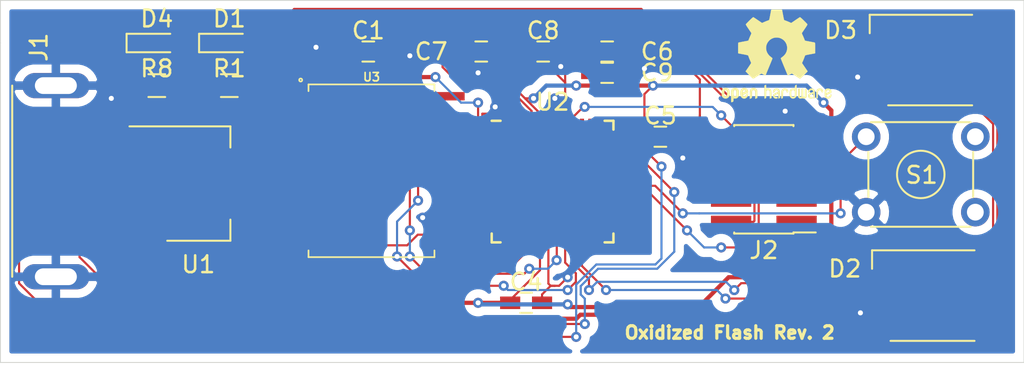
<source format=kicad_pcb>
(kicad_pcb (version 20171130) (host pcbnew 5.1.4+dfsg1-1)

  (general
    (thickness 1.6)
    (drawings 6)
    (tracks 384)
    (zones 0)
    (modules 20)
    (nets 56)
  )

  (page A4)
  (layers
    (0 F.Cu signal)
    (31 B.Cu signal)
    (32 B.Adhes user)
    (33 F.Adhes user)
    (34 B.Paste user)
    (35 F.Paste user)
    (36 B.SilkS user)
    (37 F.SilkS user)
    (38 B.Mask user)
    (39 F.Mask user)
    (40 Dwgs.User user)
    (41 Cmts.User user)
    (42 Eco1.User user)
    (43 Eco2.User user)
    (44 Edge.Cuts user)
    (45 Margin user)
    (46 B.CrtYd user)
    (47 F.CrtYd user)
    (48 B.Fab user)
    (49 F.Fab user)
  )

  (setup
    (last_trace_width 0.25)
    (user_trace_width 0.127)
    (trace_clearance 0.127)
    (zone_clearance 0.508)
    (zone_45_only no)
    (trace_min 0.0889)
    (via_size 0.6)
    (via_drill 0.3)
    (via_min_size 0.6)
    (via_min_drill 0.2)
    (user_via 0.6 0.3)
    (uvia_size 0.3)
    (uvia_drill 0.1)
    (uvias_allowed no)
    (uvia_min_size 0.2)
    (uvia_min_drill 0.1)
    (edge_width 0.05)
    (segment_width 0.2)
    (pcb_text_width 0.3)
    (pcb_text_size 1.5 1.5)
    (mod_edge_width 0.12)
    (mod_text_size 1 1)
    (mod_text_width 0.15)
    (pad_size 1.524 1.524)
    (pad_drill 0.762)
    (pad_to_mask_clearance 0.0508)
    (solder_mask_min_width 0.127)
    (aux_axis_origin 0 0)
    (visible_elements FFFFFF7F)
    (pcbplotparams
      (layerselection 0x010fc_ffffffff)
      (usegerberextensions false)
      (usegerberattributes false)
      (usegerberadvancedattributes false)
      (creategerberjobfile false)
      (excludeedgelayer true)
      (linewidth 0.100000)
      (plotframeref false)
      (viasonmask false)
      (mode 1)
      (useauxorigin false)
      (hpglpennumber 1)
      (hpglpenspeed 20)
      (hpglpendiameter 15.000000)
      (psnegative false)
      (psa4output false)
      (plotreference true)
      (plotvalue true)
      (plotinvisibletext false)
      (padsonsilk false)
      (subtractmaskfromsilk false)
      (outputformat 1)
      (mirror false)
      (drillshape 0)
      (scaleselection 1)
      (outputdirectory ""))
  )

  (net 0 "")
  (net 1 GND)
  (net 2 /SWD_RST)
  (net 3 +3V3)
  (net 4 "Net-(C6-Pad1)")
  (net 5 /PA20)
  (net 6 "Net-(D1-Pad1)")
  (net 7 /MOSI)
  (net 8 "Net-(D2-Pad6)")
  (net 9 "Net-(D2-Pad5)")
  (net 10 +5V)
  (net 11 /SCK)
  (net 12 "Net-(D3-Pad5)")
  (net 13 "Net-(D3-Pad6)")
  (net 14 "Net-(D4-Pad1)")
  (net 15 "Net-(J1-Pad2)")
  (net 16 "Net-(J1-Pad3)")
  (net 17 "Net-(J2-Pad8)")
  (net 18 "Net-(J2-Pad7)")
  (net 19 "Net-(J2-Pad6)")
  (net 20 /SWD_CLK)
  (net 21 /SWD_IO)
  (net 22 /PA21)
  (net 23 "Net-(S1-Pad2)")
  (net 24 "Net-(S1-Pad4)")
  (net 25 "Net-(U2-Pad48)")
  (net 26 "Net-(U2-Pad47)")
  (net 27 "Net-(U2-Pad39)")
  (net 28 "Net-(U2-Pad38)")
  (net 29 "Net-(U2-Pad37)")
  (net 30 "Net-(U2-Pad32)")
  (net 31 "Net-(U2-Pad31)")
  (net 32 "Net-(U2-Pad28)")
  (net 33 "Net-(U2-Pad27)")
  (net 34 "Net-(U2-Pad26)")
  (net 35 "Net-(U2-Pad25)")
  (net 36 "Net-(U2-Pad24)")
  (net 37 "Net-(U2-Pad23)")
  (net 38 "Net-(U2-Pad20)")
  (net 39 "Net-(U2-Pad19)")
  (net 40 "Net-(U2-Pad16)")
  (net 41 "Net-(U2-Pad15)")
  (net 42 "Net-(U2-Pad14)")
  (net 43 "Net-(U2-Pad13)")
  (net 44 "Net-(U2-Pad12)")
  (net 45 "Net-(U2-Pad11)")
  (net 46 "Net-(U2-Pad10)")
  (net 47 "Net-(U2-Pad9)")
  (net 48 "Net-(U2-Pad8)")
  (net 49 "Net-(U2-Pad7)")
  (net 50 "Net-(U2-Pad4)")
  (net 51 "Net-(U2-Pad3)")
  (net 52 "Net-(U2-Pad2)")
  (net 53 "Net-(U2-Pad1)")
  (net 54 "Net-(U2-Pad43)")
  (net 55 "Net-(U3-Pad3)")

  (net_class Default "This is the default net class."
    (clearance 0.127)
    (trace_width 0.25)
    (via_dia 0.6)
    (via_drill 0.3)
    (uvia_dia 0.3)
    (uvia_drill 0.1)
    (add_net +3V3)
    (add_net +5V)
    (add_net /MOSI)
    (add_net /PA20)
    (add_net /PA21)
    (add_net /SCK)
    (add_net /SWD_CLK)
    (add_net /SWD_IO)
    (add_net /SWD_RST)
    (add_net GND)
    (add_net "Net-(C6-Pad1)")
    (add_net "Net-(D1-Pad1)")
    (add_net "Net-(D2-Pad5)")
    (add_net "Net-(D2-Pad6)")
    (add_net "Net-(D3-Pad5)")
    (add_net "Net-(D3-Pad6)")
    (add_net "Net-(D4-Pad1)")
    (add_net "Net-(J1-Pad2)")
    (add_net "Net-(J1-Pad3)")
    (add_net "Net-(J2-Pad6)")
    (add_net "Net-(J2-Pad7)")
    (add_net "Net-(J2-Pad8)")
    (add_net "Net-(S1-Pad2)")
    (add_net "Net-(S1-Pad4)")
    (add_net "Net-(U2-Pad1)")
    (add_net "Net-(U2-Pad10)")
    (add_net "Net-(U2-Pad11)")
    (add_net "Net-(U2-Pad12)")
    (add_net "Net-(U2-Pad13)")
    (add_net "Net-(U2-Pad14)")
    (add_net "Net-(U2-Pad15)")
    (add_net "Net-(U2-Pad16)")
    (add_net "Net-(U2-Pad19)")
    (add_net "Net-(U2-Pad2)")
    (add_net "Net-(U2-Pad20)")
    (add_net "Net-(U2-Pad23)")
    (add_net "Net-(U2-Pad24)")
    (add_net "Net-(U2-Pad25)")
    (add_net "Net-(U2-Pad26)")
    (add_net "Net-(U2-Pad27)")
    (add_net "Net-(U2-Pad28)")
    (add_net "Net-(U2-Pad3)")
    (add_net "Net-(U2-Pad31)")
    (add_net "Net-(U2-Pad32)")
    (add_net "Net-(U2-Pad37)")
    (add_net "Net-(U2-Pad38)")
    (add_net "Net-(U2-Pad39)")
    (add_net "Net-(U2-Pad4)")
    (add_net "Net-(U2-Pad43)")
    (add_net "Net-(U2-Pad47)")
    (add_net "Net-(U2-Pad48)")
    (add_net "Net-(U2-Pad7)")
    (add_net "Net-(U2-Pad8)")
    (add_net "Net-(U2-Pad9)")
    (add_net "Net-(U3-Pad3)")
  )

  (net_class BGA ""
    (clearance 0)
    (trace_width 0.25)
    (via_dia 0.6)
    (via_drill 0.3)
    (uvia_dia 0.3)
    (uvia_drill 0.1)
  )

  (module TO_SOT_Packages_SMD:SOT-223 (layer F.Cu) (tedit 58CE4E7E) (tstamp 5DFFD661)
    (at 35.916 31.242)
    (descr "module CMS SOT223 4 pins")
    (tags "CMS SOT")
    (path /5C4462D8)
    (attr smd)
    (fp_text reference U1 (at 0 4.826) (layer F.SilkS)
      (effects (font (size 1 1) (thickness 0.15)))
    )
    (fp_text value LM1117-3.3 (at 0 4.5) (layer F.Fab)
      (effects (font (size 1 1) (thickness 0.15)))
    )
    (fp_line (start 1.85 -3.35) (end 1.85 3.35) (layer F.Fab) (width 0.1))
    (fp_line (start -1.85 3.35) (end 1.85 3.35) (layer F.Fab) (width 0.1))
    (fp_line (start -4.1 -3.41) (end 1.91 -3.41) (layer F.SilkS) (width 0.12))
    (fp_line (start -0.8 -3.35) (end 1.85 -3.35) (layer F.Fab) (width 0.1))
    (fp_line (start -1.85 3.41) (end 1.91 3.41) (layer F.SilkS) (width 0.12))
    (fp_line (start -1.85 -2.3) (end -1.85 3.35) (layer F.Fab) (width 0.1))
    (fp_line (start -4.4 -3.6) (end -4.4 3.6) (layer F.CrtYd) (width 0.05))
    (fp_line (start -4.4 3.6) (end 4.4 3.6) (layer F.CrtYd) (width 0.05))
    (fp_line (start 4.4 3.6) (end 4.4 -3.6) (layer F.CrtYd) (width 0.05))
    (fp_line (start 4.4 -3.6) (end -4.4 -3.6) (layer F.CrtYd) (width 0.05))
    (fp_line (start 1.91 -3.41) (end 1.91 -2.15) (layer F.SilkS) (width 0.12))
    (fp_line (start 1.91 3.41) (end 1.91 2.15) (layer F.SilkS) (width 0.12))
    (fp_line (start -1.85 -2.3) (end -0.8 -3.35) (layer F.Fab) (width 0.1))
    (fp_text user %R (at 0 0 90) (layer F.Fab)
      (effects (font (size 0.8 0.8) (thickness 0.12)))
    )
    (pad 1 smd rect (at -3.15 -2.3) (size 2 1.5) (layers F.Cu F.Paste F.Mask)
      (net 1 GND))
    (pad 3 smd rect (at -3.15 2.3) (size 2 1.5) (layers F.Cu F.Paste F.Mask)
      (net 10 +5V))
    (pad 2 smd rect (at -3.15 0) (size 2 1.5) (layers F.Cu F.Paste F.Mask)
      (net 3 +3V3))
    (pad 4 smd rect (at 3.15 0) (size 2 3.8) (layers F.Cu F.Paste F.Mask))
    (model ${KISYS3DMOD}/TO_SOT_Packages_SMD.3dshapes/SOT-223.wrl
      (at (xyz 0 0 0))
      (scale (xyz 1 1 1))
      (rotate (xyz 0 0 0))
    )
  )

  (module Custom_LED:LED_RGB_5050-6 (layer F.Cu) (tedit 591558E2) (tstamp 5E07915C)
    (at 79.642 37.924)
    (descr "RGB LED 5050-6")
    (tags "RGB LED 5050-6")
    (path /5C5453FD)
    (attr smd)
    (fp_text reference D2 (at -5.22 -1.602 180) (layer F.SilkS)
      (effects (font (size 1 1) (thickness 0.15)))
    )
    (fp_text value APA102 (at 0 3.3) (layer F.Fab)
      (effects (font (size 1 1) (thickness 0.15)))
    )
    (fp_line (start -2.5 -1.9) (end -1.9 -2.5) (layer F.Fab) (width 0.1))
    (fp_line (start 2.5 -2.5) (end -2.5 -2.5) (layer F.Fab) (width 0.1))
    (fp_line (start 2.5 2.5) (end 2.5 -2.5) (layer F.Fab) (width 0.1))
    (fp_line (start -2.5 2.5) (end 2.5 2.5) (layer F.Fab) (width 0.1))
    (fp_line (start -2.5 -2.5) (end -2.5 2.5) (layer F.Fab) (width 0.1))
    (fp_line (start -3.6 -2.7) (end 2.5 -2.7) (layer F.SilkS) (width 0.12))
    (fp_line (start -3.6 -1.6) (end -3.6 -2.7) (layer F.SilkS) (width 0.12))
    (fp_line (start 2.5 2.7) (end -2.5 2.7) (layer F.SilkS) (width 0.12))
    (fp_line (start 3.65 -2.75) (end -3.65 -2.75) (layer F.CrtYd) (width 0.05))
    (fp_line (start 3.65 2.75) (end 3.65 -2.75) (layer F.CrtYd) (width 0.05))
    (fp_line (start -3.65 2.75) (end 3.65 2.75) (layer F.CrtYd) (width 0.05))
    (fp_line (start -3.65 -2.75) (end -3.65 2.75) (layer F.CrtYd) (width 0.05))
    (fp_text user %R (at 0 0) (layer F.Fab)
      (effects (font (size 0.6 0.6) (thickness 0.06)))
    )
    (pad 1 smd rect (at -2.4 -1.7 90) (size 1.1 2) (layers F.Cu F.Paste F.Mask)
      (net 7 /MOSI))
    (pad 2 smd rect (at -2.4 0 90) (size 1.1 2) (layers F.Cu F.Paste F.Mask)
      (net 11 /SCK))
    (pad 3 smd rect (at -2.4 1.7 90) (size 1.1 2) (layers F.Cu F.Paste F.Mask)
      (net 1 GND))
    (pad 4 smd rect (at 2.4 1.7 90) (size 1.1 2) (layers F.Cu F.Paste F.Mask)
      (net 10 +5V))
    (pad 5 smd rect (at 2.4 0 90) (size 1.1 2) (layers F.Cu F.Paste F.Mask)
      (net 9 "Net-(D2-Pad5)"))
    (pad 6 smd rect (at 2.4 -1.7 90) (size 1.1 2) (layers F.Cu F.Paste F.Mask)
      (net 8 "Net-(D2-Pad6)"))
    (model ${KISYS3DMOD}/LEDs.3dshapes/LED_RGB_5050-6.wrl
      (at (xyz 0 0 0))
      (scale (xyz 1 1 1))
      (rotate (xyz 0 0 0))
    )
  )

  (module Custom_IC:SOP2-16 (layer F.Cu) (tedit 552D93A6) (tstamp 5E079C56)
    (at 46.228 30.48 270)
    (path /5E04A147)
    (fp_text reference U3 (at -5.588 -0.004) (layer F.SilkS)
      (effects (font (size 0.5 0.5) (thickness 0.1)))
    )
    (fp_text value MT25QL (at -3.01 2.936 90) (layer F.Fab)
      (effects (font (size 0.5 0.5) (thickness 0.1)))
    )
    (fp_circle (center -5.413 4.216) (end -5.347 4.277) (layer F.SilkS) (width 0.1))
    (fp_line (start 4.75 -3.75) (end 5.15 -3.75) (layer F.SilkS) (width 0.1))
    (fp_line (start 5.15 -3.75) (end 5.15 3.75) (layer F.SilkS) (width 0.1))
    (fp_line (start 5.15 3.75) (end 4.75 3.75) (layer F.SilkS) (width 0.1))
    (fp_line (start -4.75 3.75) (end -5.15 3.75) (layer F.SilkS) (width 0.1))
    (fp_line (start -5.15 3.75) (end -5.15 -3.75) (layer F.SilkS) (width 0.1))
    (fp_line (start -5.15 -3.75) (end -4.75 -3.75) (layer F.SilkS) (width 0.1))
    (pad 12 smd rect (at 0.635 -4.65 270) (size 0.5 1.8) (layers F.Cu F.Paste F.Mask))
    (pad 13 smd rect (at -0.635 -4.65 270) (size 0.5 1.8) (layers F.Cu F.Paste F.Mask))
    (pad 15 smd rect (at -3.175 -4.65 270) (size 0.5 1.8) (layers F.Cu F.Paste F.Mask)
      (net 43 "Net-(U2-Pad13)"))
    (pad 14 smd rect (at -1.905 -4.65 270) (size 0.5 1.8) (layers F.Cu F.Paste F.Mask))
    (pad 16 smd rect (at -4.445 -4.65 270) (size 0.5 1.8) (layers F.Cu F.Paste F.Mask)
      (net 39 "Net-(U2-Pad19)"))
    (pad 11 smd rect (at 1.905 -4.65 270) (size 0.5 1.8) (layers F.Cu F.Paste F.Mask))
    (pad 9 smd rect (at 4.445 -4.65 270) (size 0.5 1.8) (layers F.Cu F.Paste F.Mask)
      (net 41 "Net-(U2-Pad15)"))
    (pad 10 smd rect (at 3.175 -4.65 270) (size 0.5 1.8) (layers F.Cu F.Paste F.Mask)
      (net 1 GND))
    (pad 7 smd rect (at 3.175 4.65 270) (size 0.5 1.8) (layers F.Cu F.Paste F.Mask)
      (net 38 "Net-(U2-Pad20)"))
    (pad 8 smd rect (at 4.445 4.65 270) (size 0.5 1.8) (layers F.Cu F.Paste F.Mask)
      (net 42 "Net-(U2-Pad14)"))
    (pad 6 smd rect (at 1.905 4.65 270) (size 0.5 1.8) (layers F.Cu F.Paste F.Mask))
    (pad 1 smd rect (at -4.445 4.65 270) (size 0.5 1.8) (layers F.Cu F.Paste F.Mask)
      (net 40 "Net-(U2-Pad16)"))
    (pad 3 smd rect (at -1.905 4.65 270) (size 0.5 1.8) (layers F.Cu F.Paste F.Mask)
      (net 55 "Net-(U3-Pad3)"))
    (pad 2 smd rect (at -3.175 4.65 270) (size 0.5 1.8) (layers F.Cu F.Paste F.Mask)
      (net 3 +3V3))
    (pad 4 smd rect (at -0.635 4.65 270) (size 0.5 1.8) (layers F.Cu F.Paste F.Mask))
    (pad 5 smd rect (at 0.635 4.65 270) (size 0.5 1.8) (layers F.Cu F.Paste F.Mask))
  )

  (module Custom_LED:LED_RGB_5050-6 (layer F.Cu) (tedit 591558E2) (tstamp 5E07947E)
    (at 79.502 23.876)
    (descr "RGB LED 5050-6")
    (tags "RGB LED 5050-6")
    (path /5C545A1F)
    (attr smd)
    (fp_text reference D3 (at -5.334 -1.778 180) (layer F.SilkS)
      (effects (font (size 1 1) (thickness 0.15)))
    )
    (fp_text value APA102 (at 0 3.3) (layer F.Fab)
      (effects (font (size 1 1) (thickness 0.15)))
    )
    (fp_line (start -2.5 -1.9) (end -1.9 -2.5) (layer F.Fab) (width 0.1))
    (fp_line (start 2.5 -2.5) (end -2.5 -2.5) (layer F.Fab) (width 0.1))
    (fp_line (start 2.5 2.5) (end 2.5 -2.5) (layer F.Fab) (width 0.1))
    (fp_line (start -2.5 2.5) (end 2.5 2.5) (layer F.Fab) (width 0.1))
    (fp_line (start -2.5 -2.5) (end -2.5 2.5) (layer F.Fab) (width 0.1))
    (fp_line (start -3.6 -2.7) (end 2.5 -2.7) (layer F.SilkS) (width 0.12))
    (fp_line (start -3.6 -1.6) (end -3.6 -2.7) (layer F.SilkS) (width 0.12))
    (fp_line (start 2.5 2.7) (end -2.5 2.7) (layer F.SilkS) (width 0.12))
    (fp_line (start 3.65 -2.75) (end -3.65 -2.75) (layer F.CrtYd) (width 0.05))
    (fp_line (start 3.65 2.75) (end 3.65 -2.75) (layer F.CrtYd) (width 0.05))
    (fp_line (start -3.65 2.75) (end 3.65 2.75) (layer F.CrtYd) (width 0.05))
    (fp_line (start -3.65 -2.75) (end -3.65 2.75) (layer F.CrtYd) (width 0.05))
    (fp_text user %R (at 0 0) (layer F.Fab)
      (effects (font (size 0.6 0.6) (thickness 0.06)))
    )
    (pad 1 smd rect (at -2.4 -1.7 90) (size 1.1 2) (layers F.Cu F.Paste F.Mask)
      (net 8 "Net-(D2-Pad6)"))
    (pad 2 smd rect (at -2.4 0 90) (size 1.1 2) (layers F.Cu F.Paste F.Mask)
      (net 9 "Net-(D2-Pad5)"))
    (pad 3 smd rect (at -2.4 1.7 90) (size 1.1 2) (layers F.Cu F.Paste F.Mask)
      (net 1 GND))
    (pad 4 smd rect (at 2.4 1.7 90) (size 1.1 2) (layers F.Cu F.Paste F.Mask)
      (net 10 +5V))
    (pad 5 smd rect (at 2.4 0 90) (size 1.1 2) (layers F.Cu F.Paste F.Mask)
      (net 12 "Net-(D3-Pad5)"))
    (pad 6 smd rect (at 2.4 -1.7 90) (size 1.1 2) (layers F.Cu F.Paste F.Mask)
      (net 13 "Net-(D3-Pad6)"))
    (model ${KISYS3DMOD}/LEDs.3dshapes/LED_RGB_5050-6.wrl
      (at (xyz 0 0 0))
      (scale (xyz 1 1 1))
      (rotate (xyz 0 0 0))
    )
  )

  (module Custom_USB:Molex_48037_USB_A_Male (layer F.Cu) (tedit 5C4E038C) (tstamp 5DFFD2DB)
    (at 27.432 31.1 270)
    (path /5C7CB7A2)
    (fp_text reference J1 (at -7.986 1.016 90) (layer F.SilkS)
      (effects (font (size 1 1) (thickness 0.15)))
    )
    (fp_text value USB_A (at 1.05 -8.89 90) (layer F.Fab)
      (effects (font (size 1 1) (thickness 0.15)))
    )
    (fp_line (start -5.7 2.6) (end 5.7 2.6) (layer F.SilkS) (width 0.12))
    (pad 1 smd rect (at 3.5 -2.6 270) (size 1.2 2) (layers F.Cu F.Paste F.Mask)
      (net 10 +5V))
    (pad 2 smd rect (at 1 -2.6 270) (size 1.2 2) (layers F.Cu F.Paste F.Mask)
      (net 15 "Net-(J1-Pad2)"))
    (pad 3 smd rect (at -1 -2.6 270) (size 1.2 2) (layers F.Cu F.Paste F.Mask)
      (net 16 "Net-(J1-Pad3)"))
    (pad 4 smd rect (at -3.5 -2.6 270) (size 1.2 2) (layers F.Cu F.Paste F.Mask)
      (net 1 GND))
    (pad 5 thru_hole oval (at 5.7 0 270) (size 1.5 4) (drill oval 1 2.5) (layers *.Cu *.Mask)
      (net 1 GND))
    (pad 5 thru_hole oval (at -5.7 0 270) (size 1.5 4) (drill oval 1 2.5) (layers *.Cu *.Mask)
      (net 1 GND))
  )

  (module Symbols:OSHW-Logo2_7.3x6mm_SilkScreen (layer F.Cu) (tedit 0) (tstamp 5DFF301E)
    (at 70.358 23.622)
    (descr "Open Source Hardware Symbol")
    (tags "Logo Symbol OSHW")
    (attr virtual)
    (fp_text reference REF*** (at 0 0) (layer F.SilkS) hide
      (effects (font (size 1 1) (thickness 0.15)))
    )
    (fp_text value OSHW-Logo2_7.3x6mm_SilkScreen (at 0.75 0) (layer F.Fab) hide
      (effects (font (size 1 1) (thickness 0.15)))
    )
    (fp_poly (pts (xy -2.400256 1.919918) (xy -2.344799 1.947568) (xy -2.295852 1.99848) (xy -2.282371 2.017338)
      (xy -2.267686 2.042015) (xy -2.258158 2.068816) (xy -2.252707 2.104587) (xy -2.250253 2.156169)
      (xy -2.249714 2.224267) (xy -2.252148 2.317588) (xy -2.260606 2.387657) (xy -2.276826 2.439931)
      (xy -2.302546 2.479869) (xy -2.339503 2.512929) (xy -2.342218 2.514886) (xy -2.37864 2.534908)
      (xy -2.422498 2.544815) (xy -2.478276 2.547257) (xy -2.568952 2.547257) (xy -2.56899 2.635283)
      (xy -2.569834 2.684308) (xy -2.574976 2.713065) (xy -2.588413 2.730311) (xy -2.614142 2.744808)
      (xy -2.620321 2.747769) (xy -2.649236 2.761648) (xy -2.671624 2.770414) (xy -2.688271 2.771171)
      (xy -2.699964 2.761023) (xy -2.70749 2.737073) (xy -2.711634 2.696426) (xy -2.713185 2.636186)
      (xy -2.712929 2.553455) (xy -2.711651 2.445339) (xy -2.711252 2.413) (xy -2.709815 2.301524)
      (xy -2.708528 2.228603) (xy -2.569029 2.228603) (xy -2.568245 2.290499) (xy -2.56476 2.330997)
      (xy -2.556876 2.357708) (xy -2.542895 2.378244) (xy -2.533403 2.38826) (xy -2.494596 2.417567)
      (xy -2.460237 2.419952) (xy -2.424784 2.39575) (xy -2.423886 2.394857) (xy -2.409461 2.376153)
      (xy -2.400687 2.350732) (xy -2.396261 2.311584) (xy -2.394882 2.251697) (xy -2.394857 2.23843)
      (xy -2.398188 2.155901) (xy -2.409031 2.098691) (xy -2.42866 2.063766) (xy -2.45835 2.048094)
      (xy -2.475509 2.046514) (xy -2.516234 2.053926) (xy -2.544168 2.07833) (xy -2.560983 2.12298)
      (xy -2.56835 2.19113) (xy -2.569029 2.228603) (xy -2.708528 2.228603) (xy -2.708292 2.215245)
      (xy -2.706323 2.150333) (xy -2.70355 2.102958) (xy -2.699612 2.06929) (xy -2.694151 2.045498)
      (xy -2.686808 2.027753) (xy -2.677223 2.012224) (xy -2.673113 2.006381) (xy -2.618595 1.951185)
      (xy -2.549664 1.91989) (xy -2.469928 1.911165) (xy -2.400256 1.919918)) (layer F.SilkS) (width 0.01))
    (fp_poly (pts (xy -1.283907 1.92778) (xy -1.237328 1.954723) (xy -1.204943 1.981466) (xy -1.181258 2.009484)
      (xy -1.164941 2.043748) (xy -1.154661 2.089227) (xy -1.149086 2.150892) (xy -1.146884 2.233711)
      (xy -1.146629 2.293246) (xy -1.146629 2.512391) (xy -1.208314 2.540044) (xy -1.27 2.567697)
      (xy -1.277257 2.32767) (xy -1.280256 2.238028) (xy -1.283402 2.172962) (xy -1.287299 2.128026)
      (xy -1.292553 2.09877) (xy -1.299769 2.080748) (xy -1.30955 2.069511) (xy -1.312688 2.067079)
      (xy -1.360239 2.048083) (xy -1.408303 2.0556) (xy -1.436914 2.075543) (xy -1.448553 2.089675)
      (xy -1.456609 2.10822) (xy -1.461729 2.136334) (xy -1.464559 2.179173) (xy -1.465744 2.241895)
      (xy -1.465943 2.307261) (xy -1.465982 2.389268) (xy -1.467386 2.447316) (xy -1.472086 2.486465)
      (xy -1.482013 2.51178) (xy -1.499097 2.528323) (xy -1.525268 2.541156) (xy -1.560225 2.554491)
      (xy -1.598404 2.569007) (xy -1.593859 2.311389) (xy -1.592029 2.218519) (xy -1.589888 2.149889)
      (xy -1.586819 2.100711) (xy -1.582206 2.066198) (xy -1.575432 2.041562) (xy -1.565881 2.022016)
      (xy -1.554366 2.00477) (xy -1.49881 1.94968) (xy -1.43102 1.917822) (xy -1.357287 1.910191)
      (xy -1.283907 1.92778)) (layer F.SilkS) (width 0.01))
    (fp_poly (pts (xy -2.958885 1.921962) (xy -2.890855 1.957733) (xy -2.840649 2.015301) (xy -2.822815 2.052312)
      (xy -2.808937 2.107882) (xy -2.801833 2.178096) (xy -2.80116 2.254727) (xy -2.806573 2.329552)
      (xy -2.81773 2.394342) (xy -2.834286 2.440873) (xy -2.839374 2.448887) (xy -2.899645 2.508707)
      (xy -2.971231 2.544535) (xy -3.048908 2.55502) (xy -3.127452 2.53881) (xy -3.149311 2.529092)
      (xy -3.191878 2.499143) (xy -3.229237 2.459433) (xy -3.232768 2.454397) (xy -3.247119 2.430124)
      (xy -3.256606 2.404178) (xy -3.26221 2.370022) (xy -3.264914 2.321119) (xy -3.265701 2.250935)
      (xy -3.265714 2.2352) (xy -3.265678 2.230192) (xy -3.120571 2.230192) (xy -3.119727 2.29643)
      (xy -3.116404 2.340386) (xy -3.109417 2.368779) (xy -3.097584 2.388325) (xy -3.091543 2.394857)
      (xy -3.056814 2.41968) (xy -3.023097 2.418548) (xy -2.989005 2.397016) (xy -2.968671 2.374029)
      (xy -2.956629 2.340478) (xy -2.949866 2.287569) (xy -2.949402 2.281399) (xy -2.948248 2.185513)
      (xy -2.960312 2.114299) (xy -2.98543 2.068194) (xy -3.02344 2.047635) (xy -3.037008 2.046514)
      (xy -3.072636 2.052152) (xy -3.097006 2.071686) (xy -3.111907 2.109042) (xy -3.119125 2.16815)
      (xy -3.120571 2.230192) (xy -3.265678 2.230192) (xy -3.265174 2.160413) (xy -3.262904 2.108159)
      (xy -3.257932 2.071949) (xy -3.249287 2.045299) (xy -3.235995 2.021722) (xy -3.233057 2.017338)
      (xy -3.183687 1.958249) (xy -3.129891 1.923947) (xy -3.064398 1.910331) (xy -3.042158 1.909665)
      (xy -2.958885 1.921962)) (layer F.SilkS) (width 0.01))
    (fp_poly (pts (xy -1.831697 1.931239) (xy -1.774473 1.969735) (xy -1.730251 2.025335) (xy -1.703833 2.096086)
      (xy -1.69849 2.148162) (xy -1.699097 2.169893) (xy -1.704178 2.186531) (xy -1.718145 2.201437)
      (xy -1.745411 2.217973) (xy -1.790388 2.239498) (xy -1.857489 2.269374) (xy -1.857829 2.269524)
      (xy -1.919593 2.297813) (xy -1.970241 2.322933) (xy -2.004596 2.342179) (xy -2.017482 2.352848)
      (xy -2.017486 2.352934) (xy -2.006128 2.376166) (xy -1.979569 2.401774) (xy -1.949077 2.420221)
      (xy -1.93363 2.423886) (xy -1.891485 2.411212) (xy -1.855192 2.379471) (xy -1.837483 2.344572)
      (xy -1.820448 2.318845) (xy -1.787078 2.289546) (xy -1.747851 2.264235) (xy -1.713244 2.250471)
      (xy -1.706007 2.249714) (xy -1.697861 2.26216) (xy -1.69737 2.293972) (xy -1.703357 2.336866)
      (xy -1.714643 2.382558) (xy -1.73005 2.422761) (xy -1.730829 2.424322) (xy -1.777196 2.489062)
      (xy -1.837289 2.533097) (xy -1.905535 2.554711) (xy -1.976362 2.552185) (xy -2.044196 2.523804)
      (xy -2.047212 2.521808) (xy -2.100573 2.473448) (xy -2.13566 2.410352) (xy -2.155078 2.327387)
      (xy -2.157684 2.304078) (xy -2.162299 2.194055) (xy -2.156767 2.142748) (xy -2.017486 2.142748)
      (xy -2.015676 2.174753) (xy -2.005778 2.184093) (xy -1.981102 2.177105) (xy -1.942205 2.160587)
      (xy -1.898725 2.139881) (xy -1.897644 2.139333) (xy -1.860791 2.119949) (xy -1.846 2.107013)
      (xy -1.849647 2.093451) (xy -1.865005 2.075632) (xy -1.904077 2.049845) (xy -1.946154 2.04795)
      (xy -1.983897 2.066717) (xy -2.009966 2.102915) (xy -2.017486 2.142748) (xy -2.156767 2.142748)
      (xy -2.152806 2.106027) (xy -2.12845 2.036212) (xy -2.094544 1.987302) (xy -2.033347 1.937878)
      (xy -1.965937 1.913359) (xy -1.89712 1.911797) (xy -1.831697 1.931239)) (layer F.SilkS) (width 0.01))
    (fp_poly (pts (xy -0.624114 1.851289) (xy -0.619861 1.910613) (xy -0.614975 1.945572) (xy -0.608205 1.96082)
      (xy -0.598298 1.961015) (xy -0.595086 1.959195) (xy -0.552356 1.946015) (xy -0.496773 1.946785)
      (xy -0.440263 1.960333) (xy -0.404918 1.977861) (xy -0.368679 2.005861) (xy -0.342187 2.037549)
      (xy -0.324001 2.077813) (xy -0.312678 2.131543) (xy -0.306778 2.203626) (xy -0.304857 2.298951)
      (xy -0.304823 2.317237) (xy -0.3048 2.522646) (xy -0.350509 2.53858) (xy -0.382973 2.54942)
      (xy -0.400785 2.554468) (xy -0.401309 2.554514) (xy -0.403063 2.540828) (xy -0.404556 2.503076)
      (xy -0.405674 2.446224) (xy -0.406303 2.375234) (xy -0.4064 2.332073) (xy -0.406602 2.246973)
      (xy -0.407642 2.185981) (xy -0.410169 2.144177) (xy -0.414836 2.116642) (xy -0.422293 2.098456)
      (xy -0.433189 2.084698) (xy -0.439993 2.078073) (xy -0.486728 2.051375) (xy -0.537728 2.049375)
      (xy -0.583999 2.071955) (xy -0.592556 2.080107) (xy -0.605107 2.095436) (xy -0.613812 2.113618)
      (xy -0.619369 2.139909) (xy -0.622474 2.179562) (xy -0.623824 2.237832) (xy -0.624114 2.318173)
      (xy -0.624114 2.522646) (xy -0.669823 2.53858) (xy -0.702287 2.54942) (xy -0.720099 2.554468)
      (xy -0.720623 2.554514) (xy -0.721963 2.540623) (xy -0.723172 2.501439) (xy -0.724199 2.4407)
      (xy -0.724998 2.362141) (xy -0.725519 2.269498) (xy -0.725714 2.166509) (xy -0.725714 1.769342)
      (xy -0.678543 1.749444) (xy -0.631371 1.729547) (xy -0.624114 1.851289)) (layer F.SilkS) (width 0.01))
    (fp_poly (pts (xy 0.039744 1.950968) (xy 0.096616 1.972087) (xy 0.097267 1.972493) (xy 0.13244 1.99838)
      (xy 0.158407 2.028633) (xy 0.17667 2.068058) (xy 0.188732 2.121462) (xy 0.196096 2.193651)
      (xy 0.200264 2.289432) (xy 0.200629 2.303078) (xy 0.205876 2.508842) (xy 0.161716 2.531678)
      (xy 0.129763 2.54711) (xy 0.11047 2.554423) (xy 0.109578 2.554514) (xy 0.106239 2.541022)
      (xy 0.103587 2.504626) (xy 0.101956 2.451452) (xy 0.1016 2.408393) (xy 0.101592 2.338641)
      (xy 0.098403 2.294837) (xy 0.087288 2.273944) (xy 0.063501 2.272925) (xy 0.022296 2.288741)
      (xy -0.039914 2.317815) (xy -0.085659 2.341963) (xy -0.109187 2.362913) (xy -0.116104 2.385747)
      (xy -0.116114 2.386877) (xy -0.104701 2.426212) (xy -0.070908 2.447462) (xy -0.019191 2.450539)
      (xy 0.018061 2.450006) (xy 0.037703 2.460735) (xy 0.049952 2.486505) (xy 0.057002 2.519337)
      (xy 0.046842 2.537966) (xy 0.043017 2.540632) (xy 0.007001 2.55134) (xy -0.043434 2.552856)
      (xy -0.095374 2.545759) (xy -0.132178 2.532788) (xy -0.183062 2.489585) (xy -0.211986 2.429446)
      (xy -0.217714 2.382462) (xy -0.213343 2.340082) (xy -0.197525 2.305488) (xy -0.166203 2.274763)
      (xy -0.115322 2.24399) (xy -0.040824 2.209252) (xy -0.036286 2.207288) (xy 0.030821 2.176287)
      (xy 0.072232 2.150862) (xy 0.089981 2.128014) (xy 0.086107 2.104745) (xy 0.062643 2.078056)
      (xy 0.055627 2.071914) (xy 0.00863 2.0481) (xy -0.040067 2.049103) (xy -0.082478 2.072451)
      (xy -0.110616 2.115675) (xy -0.113231 2.12416) (xy -0.138692 2.165308) (xy -0.170999 2.185128)
      (xy -0.217714 2.20477) (xy -0.217714 2.15395) (xy -0.203504 2.080082) (xy -0.161325 2.012327)
      (xy -0.139376 1.989661) (xy -0.089483 1.960569) (xy -0.026033 1.9474) (xy 0.039744 1.950968)) (layer F.SilkS) (width 0.01))
    (fp_poly (pts (xy 0.529926 1.949755) (xy 0.595858 1.974084) (xy 0.649273 2.017117) (xy 0.670164 2.047409)
      (xy 0.692939 2.102994) (xy 0.692466 2.143186) (xy 0.668562 2.170217) (xy 0.659717 2.174813)
      (xy 0.62153 2.189144) (xy 0.602028 2.185472) (xy 0.595422 2.161407) (xy 0.595086 2.148114)
      (xy 0.582992 2.09921) (xy 0.551471 2.064999) (xy 0.507659 2.048476) (xy 0.458695 2.052634)
      (xy 0.418894 2.074227) (xy 0.40545 2.086544) (xy 0.395921 2.101487) (xy 0.389485 2.124075)
      (xy 0.385317 2.159328) (xy 0.382597 2.212266) (xy 0.380502 2.287907) (xy 0.37996 2.311857)
      (xy 0.377981 2.39379) (xy 0.375731 2.451455) (xy 0.372357 2.489608) (xy 0.367006 2.513004)
      (xy 0.358824 2.526398) (xy 0.346959 2.534545) (xy 0.339362 2.538144) (xy 0.307102 2.550452)
      (xy 0.288111 2.554514) (xy 0.281836 2.540948) (xy 0.278006 2.499934) (xy 0.2766 2.430999)
      (xy 0.277598 2.333669) (xy 0.277908 2.318657) (xy 0.280101 2.229859) (xy 0.282693 2.165019)
      (xy 0.286382 2.119067) (xy 0.291864 2.086935) (xy 0.299835 2.063553) (xy 0.310993 2.043852)
      (xy 0.31683 2.03541) (xy 0.350296 1.998057) (xy 0.387727 1.969003) (xy 0.392309 1.966467)
      (xy 0.459426 1.946443) (xy 0.529926 1.949755)) (layer F.SilkS) (width 0.01))
    (fp_poly (pts (xy 1.190117 2.065358) (xy 1.189933 2.173837) (xy 1.189219 2.257287) (xy 1.187675 2.319704)
      (xy 1.185001 2.365085) (xy 1.180894 2.397429) (xy 1.175055 2.420733) (xy 1.167182 2.438995)
      (xy 1.161221 2.449418) (xy 1.111855 2.505945) (xy 1.049264 2.541377) (xy 0.980013 2.55409)
      (xy 0.910668 2.542463) (xy 0.869375 2.521568) (xy 0.826025 2.485422) (xy 0.796481 2.441276)
      (xy 0.778655 2.383462) (xy 0.770463 2.306313) (xy 0.769302 2.249714) (xy 0.769458 2.245647)
      (xy 0.870857 2.245647) (xy 0.871476 2.31055) (xy 0.874314 2.353514) (xy 0.88084 2.381622)
      (xy 0.892523 2.401953) (xy 0.906483 2.417288) (xy 0.953365 2.44689) (xy 1.003701 2.449419)
      (xy 1.051276 2.424705) (xy 1.054979 2.421356) (xy 1.070783 2.403935) (xy 1.080693 2.383209)
      (xy 1.086058 2.352362) (xy 1.088228 2.304577) (xy 1.088571 2.251748) (xy 1.087827 2.185381)
      (xy 1.084748 2.141106) (xy 1.078061 2.112009) (xy 1.066496 2.091173) (xy 1.057013 2.080107)
      (xy 1.01296 2.052198) (xy 0.962224 2.048843) (xy 0.913796 2.070159) (xy 0.90445 2.078073)
      (xy 0.88854 2.095647) (xy 0.87861 2.116587) (xy 0.873278 2.147782) (xy 0.871163 2.196122)
      (xy 0.870857 2.245647) (xy 0.769458 2.245647) (xy 0.77281 2.158568) (xy 0.784726 2.090086)
      (xy 0.807135 2.0386) (xy 0.842124 1.998443) (xy 0.869375 1.977861) (xy 0.918907 1.955625)
      (xy 0.976316 1.945304) (xy 1.029682 1.948067) (xy 1.059543 1.959212) (xy 1.071261 1.962383)
      (xy 1.079037 1.950557) (xy 1.084465 1.918866) (xy 1.088571 1.870593) (xy 1.093067 1.816829)
      (xy 1.099313 1.784482) (xy 1.110676 1.765985) (xy 1.130528 1.75377) (xy 1.143 1.748362)
      (xy 1.190171 1.728601) (xy 1.190117 2.065358)) (layer F.SilkS) (width 0.01))
    (fp_poly (pts (xy 1.779833 1.958663) (xy 1.782048 1.99685) (xy 1.783784 2.054886) (xy 1.784899 2.12818)
      (xy 1.785257 2.205055) (xy 1.785257 2.465196) (xy 1.739326 2.511127) (xy 1.707675 2.539429)
      (xy 1.67989 2.550893) (xy 1.641915 2.550168) (xy 1.62684 2.548321) (xy 1.579726 2.542948)
      (xy 1.540756 2.539869) (xy 1.531257 2.539585) (xy 1.499233 2.541445) (xy 1.453432 2.546114)
      (xy 1.435674 2.548321) (xy 1.392057 2.551735) (xy 1.362745 2.54432) (xy 1.33368 2.521427)
      (xy 1.323188 2.511127) (xy 1.277257 2.465196) (xy 1.277257 1.978602) (xy 1.314226 1.961758)
      (xy 1.346059 1.949282) (xy 1.364683 1.944914) (xy 1.369458 1.958718) (xy 1.373921 1.997286)
      (xy 1.377775 2.056356) (xy 1.380722 2.131663) (xy 1.382143 2.195286) (xy 1.386114 2.445657)
      (xy 1.420759 2.450556) (xy 1.452268 2.447131) (xy 1.467708 2.436041) (xy 1.472023 2.415308)
      (xy 1.475708 2.371145) (xy 1.478469 2.309146) (xy 1.480012 2.234909) (xy 1.480235 2.196706)
      (xy 1.480457 1.976783) (xy 1.526166 1.960849) (xy 1.558518 1.950015) (xy 1.576115 1.944962)
      (xy 1.576623 1.944914) (xy 1.578388 1.958648) (xy 1.580329 1.99673) (xy 1.582282 2.054482)
      (xy 1.584084 2.127227) (xy 1.585343 2.195286) (xy 1.589314 2.445657) (xy 1.6764 2.445657)
      (xy 1.680396 2.21724) (xy 1.684392 1.988822) (xy 1.726847 1.966868) (xy 1.758192 1.951793)
      (xy 1.776744 1.944951) (xy 1.777279 1.944914) (xy 1.779833 1.958663)) (layer F.SilkS) (width 0.01))
    (fp_poly (pts (xy 2.144876 1.956335) (xy 2.186667 1.975344) (xy 2.219469 1.998378) (xy 2.243503 2.024133)
      (xy 2.260097 2.057358) (xy 2.270577 2.1028) (xy 2.276271 2.165207) (xy 2.278507 2.249327)
      (xy 2.278743 2.304721) (xy 2.278743 2.520826) (xy 2.241774 2.53767) (xy 2.212656 2.549981)
      (xy 2.198231 2.554514) (xy 2.195472 2.541025) (xy 2.193282 2.504653) (xy 2.191942 2.451542)
      (xy 2.191657 2.409372) (xy 2.190434 2.348447) (xy 2.187136 2.300115) (xy 2.182321 2.270518)
      (xy 2.178496 2.264229) (xy 2.152783 2.270652) (xy 2.112418 2.287125) (xy 2.065679 2.309458)
      (xy 2.020845 2.333457) (xy 1.986193 2.35493) (xy 1.970002 2.369685) (xy 1.969938 2.369845)
      (xy 1.97133 2.397152) (xy 1.983818 2.423219) (xy 2.005743 2.444392) (xy 2.037743 2.451474)
      (xy 2.065092 2.450649) (xy 2.103826 2.450042) (xy 2.124158 2.459116) (xy 2.136369 2.483092)
      (xy 2.137909 2.487613) (xy 2.143203 2.521806) (xy 2.129047 2.542568) (xy 2.092148 2.552462)
      (xy 2.052289 2.554292) (xy 1.980562 2.540727) (xy 1.943432 2.521355) (xy 1.897576 2.475845)
      (xy 1.873256 2.419983) (xy 1.871073 2.360957) (xy 1.891629 2.305953) (xy 1.922549 2.271486)
      (xy 1.95342 2.252189) (xy 2.001942 2.227759) (xy 2.058485 2.202985) (xy 2.06791 2.199199)
      (xy 2.130019 2.171791) (xy 2.165822 2.147634) (xy 2.177337 2.123619) (xy 2.16658 2.096635)
      (xy 2.148114 2.075543) (xy 2.104469 2.049572) (xy 2.056446 2.047624) (xy 2.012406 2.067637)
      (xy 1.980709 2.107551) (xy 1.976549 2.117848) (xy 1.952327 2.155724) (xy 1.916965 2.183842)
      (xy 1.872343 2.206917) (xy 1.872343 2.141485) (xy 1.874969 2.101506) (xy 1.88623 2.069997)
      (xy 1.911199 2.036378) (xy 1.935169 2.010484) (xy 1.972441 1.973817) (xy 2.001401 1.954121)
      (xy 2.032505 1.94622) (xy 2.067713 1.944914) (xy 2.144876 1.956335)) (layer F.SilkS) (width 0.01))
    (fp_poly (pts (xy 2.6526 1.958752) (xy 2.669948 1.966334) (xy 2.711356 1.999128) (xy 2.746765 2.046547)
      (xy 2.768664 2.097151) (xy 2.772229 2.122098) (xy 2.760279 2.156927) (xy 2.734067 2.175357)
      (xy 2.705964 2.186516) (xy 2.693095 2.188572) (xy 2.686829 2.173649) (xy 2.674456 2.141175)
      (xy 2.669028 2.126502) (xy 2.63859 2.075744) (xy 2.59452 2.050427) (xy 2.53801 2.051206)
      (xy 2.533825 2.052203) (xy 2.503655 2.066507) (xy 2.481476 2.094393) (xy 2.466327 2.139287)
      (xy 2.45725 2.204615) (xy 2.453286 2.293804) (xy 2.452914 2.341261) (xy 2.45273 2.416071)
      (xy 2.451522 2.467069) (xy 2.448309 2.499471) (xy 2.442109 2.518495) (xy 2.43194 2.529356)
      (xy 2.416819 2.537272) (xy 2.415946 2.53767) (xy 2.386828 2.549981) (xy 2.372403 2.554514)
      (xy 2.370186 2.540809) (xy 2.368289 2.502925) (xy 2.366847 2.445715) (xy 2.365998 2.374027)
      (xy 2.365829 2.321565) (xy 2.366692 2.220047) (xy 2.37007 2.143032) (xy 2.377142 2.086023)
      (xy 2.389088 2.044526) (xy 2.40709 2.014043) (xy 2.432327 1.99008) (xy 2.457247 1.973355)
      (xy 2.517171 1.951097) (xy 2.586911 1.946076) (xy 2.6526 1.958752)) (layer F.SilkS) (width 0.01))
    (fp_poly (pts (xy 3.153595 1.966966) (xy 3.211021 2.004497) (xy 3.238719 2.038096) (xy 3.260662 2.099064)
      (xy 3.262405 2.147308) (xy 3.258457 2.211816) (xy 3.109686 2.276934) (xy 3.037349 2.310202)
      (xy 2.990084 2.336964) (xy 2.965507 2.360144) (xy 2.961237 2.382667) (xy 2.974889 2.407455)
      (xy 2.989943 2.423886) (xy 3.033746 2.450235) (xy 3.081389 2.452081) (xy 3.125145 2.431546)
      (xy 3.157289 2.390752) (xy 3.163038 2.376347) (xy 3.190576 2.331356) (xy 3.222258 2.312182)
      (xy 3.265714 2.295779) (xy 3.265714 2.357966) (xy 3.261872 2.400283) (xy 3.246823 2.435969)
      (xy 3.21528 2.476943) (xy 3.210592 2.482267) (xy 3.175506 2.51872) (xy 3.145347 2.538283)
      (xy 3.107615 2.547283) (xy 3.076335 2.55023) (xy 3.020385 2.550965) (xy 2.980555 2.54166)
      (xy 2.955708 2.527846) (xy 2.916656 2.497467) (xy 2.889625 2.464613) (xy 2.872517 2.423294)
      (xy 2.863238 2.367521) (xy 2.859693 2.291305) (xy 2.85941 2.252622) (xy 2.860372 2.206247)
      (xy 2.948007 2.206247) (xy 2.949023 2.231126) (xy 2.951556 2.2352) (xy 2.968274 2.229665)
      (xy 3.004249 2.215017) (xy 3.052331 2.19419) (xy 3.062386 2.189714) (xy 3.123152 2.158814)
      (xy 3.156632 2.131657) (xy 3.16399 2.10622) (xy 3.146391 2.080481) (xy 3.131856 2.069109)
      (xy 3.07941 2.046364) (xy 3.030322 2.050122) (xy 2.989227 2.077884) (xy 2.960758 2.127152)
      (xy 2.951631 2.166257) (xy 2.948007 2.206247) (xy 2.860372 2.206247) (xy 2.861285 2.162249)
      (xy 2.868196 2.095384) (xy 2.881884 2.046695) (xy 2.904096 2.010849) (xy 2.936574 1.982513)
      (xy 2.950733 1.973355) (xy 3.015053 1.949507) (xy 3.085473 1.948006) (xy 3.153595 1.966966)) (layer F.SilkS) (width 0.01))
    (fp_poly (pts (xy 0.10391 -2.757652) (xy 0.182454 -2.757222) (xy 0.239298 -2.756058) (xy 0.278105 -2.753793)
      (xy 0.302538 -2.75006) (xy 0.316262 -2.744494) (xy 0.32294 -2.736727) (xy 0.326236 -2.726395)
      (xy 0.326556 -2.725057) (xy 0.331562 -2.700921) (xy 0.340829 -2.653299) (xy 0.353392 -2.587259)
      (xy 0.368287 -2.507872) (xy 0.384551 -2.420204) (xy 0.385119 -2.417125) (xy 0.40141 -2.331211)
      (xy 0.416652 -2.255304) (xy 0.429861 -2.193955) (xy 0.440054 -2.151718) (xy 0.446248 -2.133145)
      (xy 0.446543 -2.132816) (xy 0.464788 -2.123747) (xy 0.502405 -2.108633) (xy 0.551271 -2.090738)
      (xy 0.551543 -2.090642) (xy 0.613093 -2.067507) (xy 0.685657 -2.038035) (xy 0.754057 -2.008403)
      (xy 0.757294 -2.006938) (xy 0.868702 -1.956374) (xy 1.115399 -2.12484) (xy 1.191077 -2.176197)
      (xy 1.259631 -2.222111) (xy 1.317088 -2.25997) (xy 1.359476 -2.287163) (xy 1.382825 -2.301079)
      (xy 1.385042 -2.302111) (xy 1.40201 -2.297516) (xy 1.433701 -2.275345) (xy 1.481352 -2.234553)
      (xy 1.546198 -2.174095) (xy 1.612397 -2.109773) (xy 1.676214 -2.046388) (xy 1.733329 -1.988549)
      (xy 1.780305 -1.939825) (xy 1.813703 -1.90379) (xy 1.830085 -1.884016) (xy 1.830694 -1.882998)
      (xy 1.832505 -1.869428) (xy 1.825683 -1.847267) (xy 1.80854 -1.813522) (xy 1.779393 -1.7652)
      (xy 1.736555 -1.699308) (xy 1.679448 -1.614483) (xy 1.628766 -1.539823) (xy 1.583461 -1.47286)
      (xy 1.54615 -1.417484) (xy 1.519452 -1.37758) (xy 1.505985 -1.357038) (xy 1.505137 -1.355644)
      (xy 1.506781 -1.335962) (xy 1.519245 -1.297707) (xy 1.540048 -1.248111) (xy 1.547462 -1.232272)
      (xy 1.579814 -1.16171) (xy 1.614328 -1.081647) (xy 1.642365 -1.012371) (xy 1.662568 -0.960955)
      (xy 1.678615 -0.921881) (xy 1.687888 -0.901459) (xy 1.689041 -0.899886) (xy 1.706096 -0.897279)
      (xy 1.746298 -0.890137) (xy 1.804302 -0.879477) (xy 1.874763 -0.866315) (xy 1.952335 -0.851667)
      (xy 2.031672 -0.836551) (xy 2.107431 -0.821982) (xy 2.174264 -0.808978) (xy 2.226828 -0.798555)
      (xy 2.259776 -0.79173) (xy 2.267857 -0.789801) (xy 2.276205 -0.785038) (xy 2.282506 -0.774282)
      (xy 2.287045 -0.753902) (xy 2.290104 -0.720266) (xy 2.291967 -0.669745) (xy 2.292918 -0.598708)
      (xy 2.29324 -0.503524) (xy 2.293257 -0.464508) (xy 2.293257 -0.147201) (xy 2.217057 -0.132161)
      (xy 2.174663 -0.124005) (xy 2.1114 -0.112101) (xy 2.034962 -0.097884) (xy 1.953043 -0.08279)
      (xy 1.9304 -0.078645) (xy 1.854806 -0.063947) (xy 1.788953 -0.049495) (xy 1.738366 -0.036625)
      (xy 1.708574 -0.026678) (xy 1.703612 -0.023713) (xy 1.691426 -0.002717) (xy 1.673953 0.037967)
      (xy 1.654577 0.090322) (xy 1.650734 0.1016) (xy 1.625339 0.171523) (xy 1.593817 0.250418)
      (xy 1.562969 0.321266) (xy 1.562817 0.321595) (xy 1.511447 0.432733) (xy 1.680399 0.681253)
      (xy 1.849352 0.929772) (xy 1.632429 1.147058) (xy 1.566819 1.211726) (xy 1.506979 1.268733)
      (xy 1.456267 1.315033) (xy 1.418046 1.347584) (xy 1.395675 1.363343) (xy 1.392466 1.364343)
      (xy 1.373626 1.356469) (xy 1.33518 1.334578) (xy 1.28133 1.301267) (xy 1.216276 1.259131)
      (xy 1.14594 1.211943) (xy 1.074555 1.16381) (xy 1.010908 1.121928) (xy 0.959041 1.088871)
      (xy 0.922995 1.067218) (xy 0.906867 1.059543) (xy 0.887189 1.066037) (xy 0.849875 1.08315)
      (xy 0.802621 1.107326) (xy 0.797612 1.110013) (xy 0.733977 1.141927) (xy 0.690341 1.157579)
      (xy 0.663202 1.157745) (xy 0.649057 1.143204) (xy 0.648975 1.143) (xy 0.641905 1.125779)
      (xy 0.625042 1.084899) (xy 0.599695 1.023525) (xy 0.567171 0.944819) (xy 0.528778 0.851947)
      (xy 0.485822 0.748072) (xy 0.444222 0.647502) (xy 0.398504 0.536516) (xy 0.356526 0.433703)
      (xy 0.319548 0.342215) (xy 0.288827 0.265201) (xy 0.265622 0.205815) (xy 0.25119 0.167209)
      (xy 0.246743 0.1528) (xy 0.257896 0.136272) (xy 0.287069 0.10993) (xy 0.325971 0.080887)
      (xy 0.436757 -0.010961) (xy 0.523351 -0.116241) (xy 0.584716 -0.232734) (xy 0.619815 -0.358224)
      (xy 0.627608 -0.490493) (xy 0.621943 -0.551543) (xy 0.591078 -0.678205) (xy 0.53792 -0.790059)
      (xy 0.465767 -0.885999) (xy 0.377917 -0.964924) (xy 0.277665 -1.02573) (xy 0.16831 -1.067313)
      (xy 0.053147 -1.088572) (xy -0.064525 -1.088401) (xy -0.18141 -1.065699) (xy -0.294211 -1.019362)
      (xy -0.399631 -0.948287) (xy -0.443632 -0.908089) (xy -0.528021 -0.804871) (xy -0.586778 -0.692075)
      (xy -0.620296 -0.57299) (xy -0.628965 -0.450905) (xy -0.613177 -0.329107) (xy -0.573322 -0.210884)
      (xy -0.509793 -0.099525) (xy -0.422979 0.001684) (xy -0.325971 0.080887) (xy -0.285563 0.111162)
      (xy -0.257018 0.137219) (xy -0.246743 0.152825) (xy -0.252123 0.169843) (xy -0.267425 0.2105)
      (xy -0.291388 0.271642) (xy -0.322756 0.350119) (xy -0.360268 0.44278) (xy -0.402667 0.546472)
      (xy -0.444337 0.647526) (xy -0.49031 0.758607) (xy -0.532893 0.861541) (xy -0.570779 0.953165)
      (xy -0.60266 1.030316) (xy -0.627229 1.089831) (xy -0.64318 1.128544) (xy -0.64909 1.143)
      (xy -0.663052 1.157685) (xy -0.69006 1.157642) (xy -0.733587 1.142099) (xy -0.79711 1.110284)
      (xy -0.797612 1.110013) (xy -0.84544 1.085323) (xy -0.884103 1.067338) (xy -0.905905 1.059614)
      (xy -0.906867 1.059543) (xy -0.923279 1.067378) (xy -0.959513 1.089165) (xy -1.011526 1.122328)
      (xy -1.075275 1.164291) (xy -1.14594 1.211943) (xy -1.217884 1.260191) (xy -1.282726 1.302151)
      (xy -1.336265 1.335227) (xy -1.374303 1.356821) (xy -1.392467 1.364343) (xy -1.409192 1.354457)
      (xy -1.44282 1.326826) (xy -1.48999 1.284495) (xy -1.547342 1.230505) (xy -1.611516 1.167899)
      (xy -1.632503 1.146983) (xy -1.849501 0.929623) (xy -1.684332 0.68722) (xy -1.634136 0.612781)
      (xy -1.590081 0.545972) (xy -1.554638 0.490665) (xy -1.530281 0.450729) (xy -1.519478 0.430036)
      (xy -1.519162 0.428563) (xy -1.524857 0.409058) (xy -1.540174 0.369822) (xy -1.562463 0.31743)
      (xy -1.578107 0.282355) (xy -1.607359 0.215201) (xy -1.634906 0.147358) (xy -1.656263 0.090034)
      (xy -1.662065 0.072572) (xy -1.678548 0.025938) (xy -1.69466 -0.010095) (xy -1.70351 -0.023713)
      (xy -1.72304 -0.032048) (xy -1.765666 -0.043863) (xy -1.825855 -0.057819) (xy -1.898078 -0.072578)
      (xy -1.9304 -0.078645) (xy -2.012478 -0.093727) (xy -2.091205 -0.108331) (xy -2.158891 -0.12102)
      (xy -2.20784 -0.130358) (xy -2.217057 -0.132161) (xy -2.293257 -0.147201) (xy -2.293257 -0.464508)
      (xy -2.293086 -0.568846) (xy -2.292384 -0.647787) (xy -2.290866 -0.704962) (xy -2.288251 -0.744001)
      (xy -2.284254 -0.768535) (xy -2.278591 -0.782195) (xy -2.27098 -0.788611) (xy -2.267857 -0.789801)
      (xy -2.249022 -0.79402) (xy -2.207412 -0.802438) (xy -2.14837 -0.814039) (xy -2.077243 -0.827805)
      (xy -1.999375 -0.84272) (xy -1.920113 -0.857768) (xy -1.844802 -0.871931) (xy -1.778787 -0.884194)
      (xy -1.727413 -0.893539) (xy -1.696025 -0.89895) (xy -1.689041 -0.899886) (xy -1.682715 -0.912404)
      (xy -1.66871 -0.945754) (xy -1.649645 -0.993623) (xy -1.642366 -1.012371) (xy -1.613004 -1.084805)
      (xy -1.578429 -1.16483) (xy -1.547463 -1.232272) (xy -1.524677 -1.283841) (xy -1.509518 -1.326215)
      (xy -1.504458 -1.352166) (xy -1.505264 -1.355644) (xy -1.515959 -1.372064) (xy -1.54038 -1.408583)
      (xy -1.575905 -1.461313) (xy -1.619913 -1.526365) (xy -1.669783 -1.599849) (xy -1.679644 -1.614355)
      (xy -1.737508 -1.700296) (xy -1.780044 -1.765739) (xy -1.808946 -1.813696) (xy -1.82591 -1.84718)
      (xy -1.832633 -1.869205) (xy -1.83081 -1.882783) (xy -1.830764 -1.882869) (xy -1.816414 -1.900703)
      (xy -1.784677 -1.935183) (xy -1.73899 -1.982732) (xy -1.682796 -2.039778) (xy -1.619532 -2.102745)
      (xy -1.612398 -2.109773) (xy -1.53267 -2.18698) (xy -1.471143 -2.24367) (xy -1.426579 -2.28089)
      (xy -1.397743 -2.299685) (xy -1.385042 -2.302111) (xy -1.366506 -2.291529) (xy -1.328039 -2.267084)
      (xy -1.273614 -2.231388) (xy -1.207202 -2.187053) (xy -1.132775 -2.136689) (xy -1.115399 -2.12484)
      (xy -0.868703 -1.956374) (xy -0.757294 -2.006938) (xy -0.689543 -2.036405) (xy -0.616817 -2.066041)
      (xy -0.554297 -2.08967) (xy -0.551543 -2.090642) (xy -0.50264 -2.108543) (xy -0.464943 -2.12368)
      (xy -0.446575 -2.13279) (xy -0.446544 -2.132816) (xy -0.440715 -2.149283) (xy -0.430808 -2.189781)
      (xy -0.417805 -2.249758) (xy -0.402691 -2.32466) (xy -0.386448 -2.409936) (xy -0.385119 -2.417125)
      (xy -0.368825 -2.504986) (xy -0.353867 -2.58474) (xy -0.341209 -2.651319) (xy -0.331814 -2.699653)
      (xy -0.326646 -2.724675) (xy -0.326556 -2.725057) (xy -0.323411 -2.735701) (xy -0.317296 -2.743738)
      (xy -0.304547 -2.749533) (xy -0.2815 -2.753453) (xy -0.244491 -2.755865) (xy -0.189856 -2.757135)
      (xy -0.113933 -2.757629) (xy -0.013056 -2.757714) (xy 0 -2.757714) (xy 0.10391 -2.757652)) (layer F.SilkS) (width 0.01))
  )

  (module Pin_Headers:Pin_Header_Straight_2x05_Pitch1.27mm_SMD (layer F.Cu) (tedit 59650536) (tstamp 5DFF204C)
    (at 69.596 30.988 180)
    (descr "surface-mounted straight pin header, 2x05, 1.27mm pitch, double rows")
    (tags "Surface mounted pin header SMD 2x05 1.27mm double row")
    (path /5C6F27D1)
    (attr smd)
    (fp_text reference J2 (at 0 -4.235) (layer F.SilkS)
      (effects (font (size 1 1) (thickness 0.15)))
    )
    (fp_text value Conn_ARM_JTAG_SWD_10 (at 0 4.235) (layer F.Fab)
      (effects (font (size 1 1) (thickness 0.15)))
    )
    (fp_text user %R (at 0 0 90) (layer F.Fab)
      (effects (font (size 1 1) (thickness 0.15)))
    )
    (fp_line (start 4.3 -3.7) (end -4.3 -3.7) (layer F.CrtYd) (width 0.05))
    (fp_line (start 4.3 3.7) (end 4.3 -3.7) (layer F.CrtYd) (width 0.05))
    (fp_line (start -4.3 3.7) (end 4.3 3.7) (layer F.CrtYd) (width 0.05))
    (fp_line (start -4.3 -3.7) (end -4.3 3.7) (layer F.CrtYd) (width 0.05))
    (fp_line (start 1.765 3.17) (end 1.765 3.235) (layer F.SilkS) (width 0.12))
    (fp_line (start -1.765 3.17) (end -1.765 3.235) (layer F.SilkS) (width 0.12))
    (fp_line (start 1.765 -3.235) (end 1.765 -3.17) (layer F.SilkS) (width 0.12))
    (fp_line (start -1.765 -3.235) (end -1.765 -3.17) (layer F.SilkS) (width 0.12))
    (fp_line (start -3.09 -3.17) (end -1.765 -3.17) (layer F.SilkS) (width 0.12))
    (fp_line (start -1.765 3.235) (end 1.765 3.235) (layer F.SilkS) (width 0.12))
    (fp_line (start -1.765 -3.235) (end 1.765 -3.235) (layer F.SilkS) (width 0.12))
    (fp_line (start 2.75 2.74) (end 1.705 2.74) (layer F.Fab) (width 0.1))
    (fp_line (start 2.75 2.34) (end 2.75 2.74) (layer F.Fab) (width 0.1))
    (fp_line (start 1.705 2.34) (end 2.75 2.34) (layer F.Fab) (width 0.1))
    (fp_line (start -2.75 2.74) (end -1.705 2.74) (layer F.Fab) (width 0.1))
    (fp_line (start -2.75 2.34) (end -2.75 2.74) (layer F.Fab) (width 0.1))
    (fp_line (start -1.705 2.34) (end -2.75 2.34) (layer F.Fab) (width 0.1))
    (fp_line (start 2.75 1.47) (end 1.705 1.47) (layer F.Fab) (width 0.1))
    (fp_line (start 2.75 1.07) (end 2.75 1.47) (layer F.Fab) (width 0.1))
    (fp_line (start 1.705 1.07) (end 2.75 1.07) (layer F.Fab) (width 0.1))
    (fp_line (start -2.75 1.47) (end -1.705 1.47) (layer F.Fab) (width 0.1))
    (fp_line (start -2.75 1.07) (end -2.75 1.47) (layer F.Fab) (width 0.1))
    (fp_line (start -1.705 1.07) (end -2.75 1.07) (layer F.Fab) (width 0.1))
    (fp_line (start 2.75 0.2) (end 1.705 0.2) (layer F.Fab) (width 0.1))
    (fp_line (start 2.75 -0.2) (end 2.75 0.2) (layer F.Fab) (width 0.1))
    (fp_line (start 1.705 -0.2) (end 2.75 -0.2) (layer F.Fab) (width 0.1))
    (fp_line (start -2.75 0.2) (end -1.705 0.2) (layer F.Fab) (width 0.1))
    (fp_line (start -2.75 -0.2) (end -2.75 0.2) (layer F.Fab) (width 0.1))
    (fp_line (start -1.705 -0.2) (end -2.75 -0.2) (layer F.Fab) (width 0.1))
    (fp_line (start 2.75 -1.07) (end 1.705 -1.07) (layer F.Fab) (width 0.1))
    (fp_line (start 2.75 -1.47) (end 2.75 -1.07) (layer F.Fab) (width 0.1))
    (fp_line (start 1.705 -1.47) (end 2.75 -1.47) (layer F.Fab) (width 0.1))
    (fp_line (start -2.75 -1.07) (end -1.705 -1.07) (layer F.Fab) (width 0.1))
    (fp_line (start -2.75 -1.47) (end -2.75 -1.07) (layer F.Fab) (width 0.1))
    (fp_line (start -1.705 -1.47) (end -2.75 -1.47) (layer F.Fab) (width 0.1))
    (fp_line (start 2.75 -2.34) (end 1.705 -2.34) (layer F.Fab) (width 0.1))
    (fp_line (start 2.75 -2.74) (end 2.75 -2.34) (layer F.Fab) (width 0.1))
    (fp_line (start 1.705 -2.74) (end 2.75 -2.74) (layer F.Fab) (width 0.1))
    (fp_line (start -2.75 -2.34) (end -1.705 -2.34) (layer F.Fab) (width 0.1))
    (fp_line (start -2.75 -2.74) (end -2.75 -2.34) (layer F.Fab) (width 0.1))
    (fp_line (start -1.705 -2.74) (end -2.75 -2.74) (layer F.Fab) (width 0.1))
    (fp_line (start 1.705 -3.175) (end 1.705 3.175) (layer F.Fab) (width 0.1))
    (fp_line (start -1.705 -2.74) (end -1.27 -3.175) (layer F.Fab) (width 0.1))
    (fp_line (start -1.705 3.175) (end -1.705 -2.74) (layer F.Fab) (width 0.1))
    (fp_line (start -1.27 -3.175) (end 1.705 -3.175) (layer F.Fab) (width 0.1))
    (fp_line (start 1.705 3.175) (end -1.705 3.175) (layer F.Fab) (width 0.1))
    (pad 10 smd rect (at 1.95 2.54 180) (size 2.4 0.74) (layers F.Cu F.Paste F.Mask)
      (net 2 /SWD_RST))
    (pad 9 smd rect (at -1.95 2.54 180) (size 2.4 0.74) (layers F.Cu F.Paste F.Mask)
      (net 1 GND))
    (pad 8 smd rect (at 1.95 1.27 180) (size 2.4 0.74) (layers F.Cu F.Paste F.Mask)
      (net 17 "Net-(J2-Pad8)"))
    (pad 7 smd rect (at -1.95 1.27 180) (size 2.4 0.74) (layers F.Cu F.Paste F.Mask)
      (net 18 "Net-(J2-Pad7)"))
    (pad 6 smd rect (at 1.95 0 180) (size 2.4 0.74) (layers F.Cu F.Paste F.Mask)
      (net 19 "Net-(J2-Pad6)"))
    (pad 5 smd rect (at -1.95 0 180) (size 2.4 0.74) (layers F.Cu F.Paste F.Mask)
      (net 1 GND))
    (pad 4 smd rect (at 1.95 -1.27 180) (size 2.4 0.74) (layers F.Cu F.Paste F.Mask)
      (net 20 /SWD_CLK))
    (pad 3 smd rect (at -1.95 -1.27 180) (size 2.4 0.74) (layers F.Cu F.Paste F.Mask)
      (net 1 GND))
    (pad 2 smd rect (at 1.95 -2.54 180) (size 2.4 0.74) (layers F.Cu F.Paste F.Mask)
      (net 21 /SWD_IO))
    (pad 1 smd rect (at -1.95 -2.54 180) (size 2.4 0.74) (layers F.Cu F.Paste F.Mask)
      (net 3 +3V3))
    (model ${KISYS3DMOD}/Pin_Headers.3dshapes/Pin_Header_Straight_2x05_Pitch1.27mm_SMD.wrl
      (at (xyz 0 0 0))
      (scale (xyz 1 1 1))
      (rotate (xyz 0 0 0))
    )
  )

  (module Buttons_Switches_THT:SW_TH_Tactile_Omron_B3F-10xx (layer F.Cu) (tedit 5928351D) (tstamp 5E079DF7)
    (at 75.692 28.448)
    (descr SW_TH_Tactile_Omron_B3F-10xx_https://www.omron.com/ecb/products/pdf/en-b3f.pdf)
    (tags "Omron B3F-10xx")
    (path /5E0BD926)
    (fp_text reference S1 (at 3.302 2.286) (layer F.SilkS)
      (effects (font (size 1 1) (thickness 0.15)))
    )
    (fp_text value B3F-1000 (at 3.2 6.5) (layer F.Fab)
      (effects (font (size 1 1) (thickness 0.15)))
    )
    (fp_line (start 0.25 5.25) (end 6.25 5.25) (layer F.Fab) (width 0.1))
    (fp_line (start 6.37 0.91) (end 6.37 3.59) (layer F.SilkS) (width 0.12))
    (fp_line (start 0.13 3.59) (end 0.13 0.91) (layer F.SilkS) (width 0.12))
    (fp_line (start 0.28 -0.87) (end 6.22 -0.87) (layer F.SilkS) (width 0.12))
    (fp_line (start 0.28 5.37) (end 6.22 5.37) (layer F.SilkS) (width 0.12))
    (fp_circle (center 3.25 2.25) (end 4.25 3.25) (layer F.SilkS) (width 0.12))
    (fp_line (start -1.1 -1.15) (end -1.1 5.6) (layer F.CrtYd) (width 0.05))
    (fp_line (start -1.1 5.6) (end 7.6 5.6) (layer F.CrtYd) (width 0.05))
    (fp_line (start 7.6 5.6) (end 7.6 -1.1) (layer F.CrtYd) (width 0.05))
    (fp_line (start 7.65 -1.15) (end -1.1 -1.15) (layer F.CrtYd) (width 0.05))
    (fp_text user %R (at 3.25 2.25) (layer F.Fab)
      (effects (font (size 1 1) (thickness 0.15)))
    )
    (fp_line (start 0.25 -0.75) (end 6.25 -0.75) (layer F.Fab) (width 0.1))
    (fp_line (start 6.25 -0.75) (end 6.25 5.25) (layer F.Fab) (width 0.1))
    (fp_line (start 0.25 -0.75) (end 0.25 5.25) (layer F.Fab) (width 0.1))
    (pad 1 thru_hole circle (at 0 0) (size 1.7 1.7) (drill 1) (layers *.Cu *.Mask)
      (net 22 /PA21))
    (pad 2 thru_hole circle (at 6.5 0) (size 1.7 1.7) (drill 1) (layers *.Cu *.Mask)
      (net 23 "Net-(S1-Pad2)"))
    (pad 3 thru_hole circle (at 0 4.5) (size 1.7 1.7) (drill 1) (layers *.Cu *.Mask)
      (net 1 GND))
    (pad 4 thru_hole circle (at 6.5 4.5) (size 1.7 1.7) (drill 1) (layers *.Cu *.Mask)
      (net 24 "Net-(S1-Pad4)"))
    (model ${KISYS3DMOD}/Buttons_Switches_THT.3dshapes/SW_TH_Tactile_Omron_B3F-10xx.wrl
      (at (xyz 0 0 0))
      (scale (xyz 1 1 1))
      (rotate (xyz 0 0 0))
    )
  )

  (module Housings_DFN_QFN:QFN-48-1EP_7x7mm_Pitch0.5mm (layer F.Cu) (tedit 54130A77) (tstamp 5E07AE13)
    (at 57.01425 31.12375)
    (descr "UK Package; 48-Lead Plastic QFN (7mm x 7mm); (see Linear Technology QFN_48_05-08-1704.pdf)")
    (tags "QFN 0.5")
    (path /5E0421D4)
    (attr smd)
    (fp_text reference U2 (at 0 -4.75) (layer F.SilkS)
      (effects (font (size 1 1) (thickness 0.15)))
    )
    (fp_text value ATSAMD51G18A-MU (at 0 4.75) (layer F.Fab)
      (effects (font (size 1 1) (thickness 0.15)))
    )
    (fp_line (start 3.625 -3.625) (end 3.1 -3.625) (layer F.SilkS) (width 0.15))
    (fp_line (start 3.625 3.625) (end 3.1 3.625) (layer F.SilkS) (width 0.15))
    (fp_line (start -3.625 3.625) (end -3.1 3.625) (layer F.SilkS) (width 0.15))
    (fp_line (start -3.625 -3.625) (end -3.1 -3.625) (layer F.SilkS) (width 0.15))
    (fp_line (start 3.625 3.625) (end 3.625 3.1) (layer F.SilkS) (width 0.15))
    (fp_line (start -3.625 3.625) (end -3.625 3.1) (layer F.SilkS) (width 0.15))
    (fp_line (start 3.625 -3.625) (end 3.625 -3.1) (layer F.SilkS) (width 0.15))
    (fp_line (start -4 4) (end 4 4) (layer F.CrtYd) (width 0.05))
    (fp_line (start -4 -4) (end 4 -4) (layer F.CrtYd) (width 0.05))
    (fp_line (start 4 -4) (end 4 4) (layer F.CrtYd) (width 0.05))
    (fp_line (start -4 -4) (end -4 4) (layer F.CrtYd) (width 0.05))
    (fp_line (start -3.5 -2.5) (end -2.5 -3.5) (layer F.Fab) (width 0.15))
    (fp_line (start -3.5 3.5) (end -3.5 -2.5) (layer F.Fab) (width 0.15))
    (fp_line (start 3.5 3.5) (end -3.5 3.5) (layer F.Fab) (width 0.15))
    (fp_line (start 3.5 -3.5) (end 3.5 3.5) (layer F.Fab) (width 0.15))
    (fp_line (start -2.5 -3.5) (end 3.5 -3.5) (layer F.Fab) (width 0.15))
    (pad 49 smd rect (at -1.93125 -1.93125) (size 1.2875 1.2875) (layers F.Cu F.Paste F.Mask)
      (solder_paste_margin_ratio -0.2))
    (pad 49 smd rect (at -1.93125 -0.64375) (size 1.2875 1.2875) (layers F.Cu F.Paste F.Mask)
      (solder_paste_margin_ratio -0.2))
    (pad 49 smd rect (at -1.93125 0.64375) (size 1.2875 1.2875) (layers F.Cu F.Paste F.Mask)
      (solder_paste_margin_ratio -0.2))
    (pad 49 smd rect (at -1.93125 1.93125) (size 1.2875 1.2875) (layers F.Cu F.Paste F.Mask)
      (solder_paste_margin_ratio -0.2))
    (pad 49 smd rect (at -0.64375 -1.93125) (size 1.2875 1.2875) (layers F.Cu F.Paste F.Mask)
      (solder_paste_margin_ratio -0.2))
    (pad 49 smd rect (at -0.64375 -0.64375) (size 1.2875 1.2875) (layers F.Cu F.Paste F.Mask)
      (solder_paste_margin_ratio -0.2))
    (pad 49 smd rect (at -0.64375 0.64375) (size 1.2875 1.2875) (layers F.Cu F.Paste F.Mask)
      (solder_paste_margin_ratio -0.2))
    (pad 49 smd rect (at -0.64375 1.93125) (size 1.2875 1.2875) (layers F.Cu F.Paste F.Mask)
      (solder_paste_margin_ratio -0.2))
    (pad 49 smd rect (at 0.64375 -1.93125) (size 1.2875 1.2875) (layers F.Cu F.Paste F.Mask)
      (solder_paste_margin_ratio -0.2))
    (pad 49 smd rect (at 0.64375 -0.64375) (size 1.2875 1.2875) (layers F.Cu F.Paste F.Mask)
      (solder_paste_margin_ratio -0.2))
    (pad 49 smd rect (at 0.64375 0.64375) (size 1.2875 1.2875) (layers F.Cu F.Paste F.Mask)
      (solder_paste_margin_ratio -0.2))
    (pad 49 smd rect (at 0.64375 1.93125) (size 1.2875 1.2875) (layers F.Cu F.Paste F.Mask)
      (solder_paste_margin_ratio -0.2))
    (pad 49 smd rect (at 1.93125 -1.93125) (size 1.2875 1.2875) (layers F.Cu F.Paste F.Mask)
      (solder_paste_margin_ratio -0.2))
    (pad 49 smd rect (at 1.93125 -0.64375) (size 1.2875 1.2875) (layers F.Cu F.Paste F.Mask)
      (solder_paste_margin_ratio -0.2))
    (pad 49 smd rect (at 1.93125 0.64375) (size 1.2875 1.2875) (layers F.Cu F.Paste F.Mask)
      (solder_paste_margin_ratio -0.2))
    (pad 49 smd rect (at 1.93125 1.93125) (size 1.2875 1.2875) (layers F.Cu F.Paste F.Mask)
      (solder_paste_margin_ratio -0.2))
    (pad 48 smd rect (at -2.75 -3.4 90) (size 0.7 0.25) (layers F.Cu F.Paste F.Mask)
      (net 25 "Net-(U2-Pad48)"))
    (pad 47 smd rect (at -2.25 -3.4 90) (size 0.7 0.25) (layers F.Cu F.Paste F.Mask)
      (net 26 "Net-(U2-Pad47)"))
    (pad 46 smd rect (at -1.75 -3.4 90) (size 0.7 0.25) (layers F.Cu F.Paste F.Mask)
      (net 21 /SWD_IO))
    (pad 45 smd rect (at -1.25 -3.4 90) (size 0.7 0.25) (layers F.Cu F.Paste F.Mask)
      (net 20 /SWD_CLK))
    (pad 44 smd rect (at -0.75 -3.4 90) (size 0.7 0.25) (layers F.Cu F.Paste F.Mask)
      (net 3 +3V3))
    (pad 43 smd rect (at -0.25 -3.4 90) (size 0.7 0.25) (layers F.Cu F.Paste F.Mask)
      (net 54 "Net-(U2-Pad43)"))
    (pad 42 smd rect (at 0.25 -3.4 90) (size 0.7 0.25) (layers F.Cu F.Paste F.Mask)
      (net 1 GND))
    (pad 41 smd rect (at 0.75 -3.4 90) (size 0.7 0.25) (layers F.Cu F.Paste F.Mask)
      (net 4 "Net-(C6-Pad1)"))
    (pad 40 smd rect (at 1.25 -3.4 90) (size 0.7 0.25) (layers F.Cu F.Paste F.Mask)
      (net 2 /SWD_RST))
    (pad 39 smd rect (at 1.75 -3.4 90) (size 0.7 0.25) (layers F.Cu F.Paste F.Mask)
      (net 27 "Net-(U2-Pad39)"))
    (pad 38 smd rect (at 2.25 -3.4 90) (size 0.7 0.25) (layers F.Cu F.Paste F.Mask)
      (net 28 "Net-(U2-Pad38)"))
    (pad 37 smd rect (at 2.75 -3.4 90) (size 0.7 0.25) (layers F.Cu F.Paste F.Mask)
      (net 29 "Net-(U2-Pad37)"))
    (pad 36 smd rect (at 3.4 -2.75) (size 0.7 0.25) (layers F.Cu F.Paste F.Mask)
      (net 3 +3V3))
    (pad 35 smd rect (at 3.4 -2.25) (size 0.7 0.25) (layers F.Cu F.Paste F.Mask)
      (net 1 GND))
    (pad 34 smd rect (at 3.4 -1.75) (size 0.7 0.25) (layers F.Cu F.Paste F.Mask)
      (net 16 "Net-(J1-Pad3)"))
    (pad 33 smd rect (at 3.4 -1.25) (size 0.7 0.25) (layers F.Cu F.Paste F.Mask)
      (net 15 "Net-(J1-Pad2)"))
    (pad 32 smd rect (at 3.4 -0.75) (size 0.7 0.25) (layers F.Cu F.Paste F.Mask)
      (net 30 "Net-(U2-Pad32)"))
    (pad 31 smd rect (at 3.4 -0.25) (size 0.7 0.25) (layers F.Cu F.Paste F.Mask)
      (net 31 "Net-(U2-Pad31)"))
    (pad 30 smd rect (at 3.4 0.25) (size 0.7 0.25) (layers F.Cu F.Paste F.Mask)
      (net 22 /PA21))
    (pad 29 smd rect (at 3.4 0.75) (size 0.7 0.25) (layers F.Cu F.Paste F.Mask)
      (net 5 /PA20))
    (pad 28 smd rect (at 3.4 1.25) (size 0.7 0.25) (layers F.Cu F.Paste F.Mask)
      (net 32 "Net-(U2-Pad28)"))
    (pad 27 smd rect (at 3.4 1.75) (size 0.7 0.25) (layers F.Cu F.Paste F.Mask)
      (net 33 "Net-(U2-Pad27)"))
    (pad 26 smd rect (at 3.4 2.25) (size 0.7 0.25) (layers F.Cu F.Paste F.Mask)
      (net 34 "Net-(U2-Pad26)"))
    (pad 25 smd rect (at 3.4 2.75) (size 0.7 0.25) (layers F.Cu F.Paste F.Mask)
      (net 35 "Net-(U2-Pad25)"))
    (pad 24 smd rect (at 2.75 3.4 90) (size 0.7 0.25) (layers F.Cu F.Paste F.Mask)
      (net 36 "Net-(U2-Pad24)"))
    (pad 23 smd rect (at 2.25 3.4 90) (size 0.7 0.25) (layers F.Cu F.Paste F.Mask)
      (net 37 "Net-(U2-Pad23)"))
    (pad 22 smd rect (at 1.75 3.4 90) (size 0.7 0.25) (layers F.Cu F.Paste F.Mask)
      (net 11 /SCK))
    (pad 21 smd rect (at 1.25 3.4 90) (size 0.7 0.25) (layers F.Cu F.Paste F.Mask)
      (net 7 /MOSI))
    (pad 20 smd rect (at 0.75 3.4 90) (size 0.7 0.25) (layers F.Cu F.Paste F.Mask)
      (net 38 "Net-(U2-Pad20)"))
    (pad 19 smd rect (at 0.25 3.4 90) (size 0.7 0.25) (layers F.Cu F.Paste F.Mask)
      (net 39 "Net-(U2-Pad19)"))
    (pad 18 smd rect (at -0.25 3.4 90) (size 0.7 0.25) (layers F.Cu F.Paste F.Mask)
      (net 1 GND))
    (pad 17 smd rect (at -0.75 3.4 90) (size 0.7 0.25) (layers F.Cu F.Paste F.Mask)
      (net 3 +3V3))
    (pad 16 smd rect (at -1.25 3.4 90) (size 0.7 0.25) (layers F.Cu F.Paste F.Mask)
      (net 40 "Net-(U2-Pad16)"))
    (pad 15 smd rect (at -1.75 3.4 90) (size 0.7 0.25) (layers F.Cu F.Paste F.Mask)
      (net 41 "Net-(U2-Pad15)"))
    (pad 14 smd rect (at -2.25 3.4 90) (size 0.7 0.25) (layers F.Cu F.Paste F.Mask)
      (net 42 "Net-(U2-Pad14)"))
    (pad 13 smd rect (at -2.75 3.4 90) (size 0.7 0.25) (layers F.Cu F.Paste F.Mask)
      (net 43 "Net-(U2-Pad13)"))
    (pad 12 smd rect (at -3.4 2.75) (size 0.7 0.25) (layers F.Cu F.Paste F.Mask)
      (net 44 "Net-(U2-Pad12)"))
    (pad 11 smd rect (at -3.4 2.25) (size 0.7 0.25) (layers F.Cu F.Paste F.Mask)
      (net 45 "Net-(U2-Pad11)"))
    (pad 10 smd rect (at -3.4 1.75) (size 0.7 0.25) (layers F.Cu F.Paste F.Mask)
      (net 46 "Net-(U2-Pad10)"))
    (pad 9 smd rect (at -3.4 1.25) (size 0.7 0.25) (layers F.Cu F.Paste F.Mask)
      (net 47 "Net-(U2-Pad9)"))
    (pad 8 smd rect (at -3.4 0.75) (size 0.7 0.25) (layers F.Cu F.Paste F.Mask)
      (net 48 "Net-(U2-Pad8)"))
    (pad 7 smd rect (at -3.4 0.25) (size 0.7 0.25) (layers F.Cu F.Paste F.Mask)
      (net 49 "Net-(U2-Pad7)"))
    (pad 6 smd rect (at -3.4 -0.25) (size 0.7 0.25) (layers F.Cu F.Paste F.Mask)
      (net 3 +3V3))
    (pad 5 smd rect (at -3.4 -0.75) (size 0.7 0.25) (layers F.Cu F.Paste F.Mask)
      (net 1 GND))
    (pad 4 smd rect (at -3.4 -1.25) (size 0.7 0.25) (layers F.Cu F.Paste F.Mask)
      (net 50 "Net-(U2-Pad4)"))
    (pad 3 smd rect (at -3.4 -1.75) (size 0.7 0.25) (layers F.Cu F.Paste F.Mask)
      (net 51 "Net-(U2-Pad3)"))
    (pad 2 smd rect (at -3.4 -2.25) (size 0.7 0.25) (layers F.Cu F.Paste F.Mask)
      (net 52 "Net-(U2-Pad2)"))
    (pad 1 smd rect (at -3.4 -2.75) (size 0.7 0.25) (layers F.Cu F.Paste F.Mask)
      (net 53 "Net-(U2-Pad1)"))
    (model ${KISYS3DMOD}/Housings_DFN_QFN.3dshapes/QFN-48-1EP_7x7mm_Pitch0.5mm.wrl
      (at (xyz 0 0 0))
      (scale (xyz 1 1 1))
      (rotate (xyz 0 0 0))
    )
  )

  (module Capacitors_SMD:C_0603_HandSoldering (layer F.Cu) (tedit 58AA848B) (tstamp 5E07BACE)
    (at 55.438 38.354)
    (descr "Capacitor SMD 0603, hand soldering")
    (tags "capacitor 0603")
    (path /5C46116C)
    (attr smd)
    (fp_text reference C4 (at 0 -1.25) (layer F.SilkS)
      (effects (font (size 1 1) (thickness 0.15)))
    )
    (fp_text value 10u (at 0 1.5) (layer F.Fab)
      (effects (font (size 1 1) (thickness 0.15)))
    )
    (fp_text user %R (at 0 -1.25) (layer F.Fab)
      (effects (font (size 1 1) (thickness 0.15)))
    )
    (fp_line (start -0.8 0.4) (end -0.8 -0.4) (layer F.Fab) (width 0.1))
    (fp_line (start 0.8 0.4) (end -0.8 0.4) (layer F.Fab) (width 0.1))
    (fp_line (start 0.8 -0.4) (end 0.8 0.4) (layer F.Fab) (width 0.1))
    (fp_line (start -0.8 -0.4) (end 0.8 -0.4) (layer F.Fab) (width 0.1))
    (fp_line (start -0.35 -0.6) (end 0.35 -0.6) (layer F.SilkS) (width 0.12))
    (fp_line (start 0.35 0.6) (end -0.35 0.6) (layer F.SilkS) (width 0.12))
    (fp_line (start -1.8 -0.65) (end 1.8 -0.65) (layer F.CrtYd) (width 0.05))
    (fp_line (start -1.8 -0.65) (end -1.8 0.65) (layer F.CrtYd) (width 0.05))
    (fp_line (start 1.8 0.65) (end 1.8 -0.65) (layer F.CrtYd) (width 0.05))
    (fp_line (start 1.8 0.65) (end -1.8 0.65) (layer F.CrtYd) (width 0.05))
    (pad 1 smd rect (at -0.95 0) (size 1.2 0.75) (layers F.Cu F.Paste F.Mask)
      (net 3 +3V3))
    (pad 2 smd rect (at 0.95 0) (size 1.2 0.75) (layers F.Cu F.Paste F.Mask)
      (net 1 GND))
    (model Capacitors_SMD.3dshapes/C_0603.wrl
      (at (xyz 0 0 0))
      (scale (xyz 1 1 1))
      (rotate (xyz 0 0 0))
    )
  )

  (module Capacitors_SMD:C_0603_HandSoldering (layer F.Cu) (tedit 58AA848B) (tstamp 5E07BADF)
    (at 60.264 23.368)
    (descr "Capacitor SMD 0603, hand soldering")
    (tags "capacitor 0603")
    (path /5C48D06A)
    (attr smd)
    (fp_text reference C6 (at 2.982 0) (layer F.SilkS)
      (effects (font (size 1 1) (thickness 0.15)))
    )
    (fp_text value 4.7u (at 0 1.5) (layer F.Fab)
      (effects (font (size 1 1) (thickness 0.15)))
    )
    (fp_line (start 1.8 0.65) (end -1.8 0.65) (layer F.CrtYd) (width 0.05))
    (fp_line (start 1.8 0.65) (end 1.8 -0.65) (layer F.CrtYd) (width 0.05))
    (fp_line (start -1.8 -0.65) (end -1.8 0.65) (layer F.CrtYd) (width 0.05))
    (fp_line (start -1.8 -0.65) (end 1.8 -0.65) (layer F.CrtYd) (width 0.05))
    (fp_line (start 0.35 0.6) (end -0.35 0.6) (layer F.SilkS) (width 0.12))
    (fp_line (start -0.35 -0.6) (end 0.35 -0.6) (layer F.SilkS) (width 0.12))
    (fp_line (start -0.8 -0.4) (end 0.8 -0.4) (layer F.Fab) (width 0.1))
    (fp_line (start 0.8 -0.4) (end 0.8 0.4) (layer F.Fab) (width 0.1))
    (fp_line (start 0.8 0.4) (end -0.8 0.4) (layer F.Fab) (width 0.1))
    (fp_line (start -0.8 0.4) (end -0.8 -0.4) (layer F.Fab) (width 0.1))
    (fp_text user %R (at 0 -1.25) (layer F.Fab)
      (effects (font (size 1 1) (thickness 0.15)))
    )
    (pad 2 smd rect (at 0.95 0) (size 1.2 0.75) (layers F.Cu F.Paste F.Mask)
      (net 1 GND))
    (pad 1 smd rect (at -0.95 0) (size 1.2 0.75) (layers F.Cu F.Paste F.Mask)
      (net 4 "Net-(C6-Pad1)"))
    (model Capacitors_SMD.3dshapes/C_0603.wrl
      (at (xyz 0 0 0))
      (scale (xyz 1 1 1))
      (rotate (xyz 0 0 0))
    )
  )

  (module Capacitors_SMD:C_0603_HandSoldering (layer F.Cu) (tedit 58AA848B) (tstamp 5E07BAF0)
    (at 56.454 23.368)
    (descr "Capacitor SMD 0603, hand soldering")
    (tags "capacitor 0603")
    (path /5C48CB00)
    (attr smd)
    (fp_text reference C8 (at 0 -1.25) (layer F.SilkS)
      (effects (font (size 1 1) (thickness 0.15)))
    )
    (fp_text value 0.1u (at 0 1.5) (layer F.Fab)
      (effects (font (size 1 1) (thickness 0.15)))
    )
    (fp_text user %R (at 0 -1.25) (layer F.Fab)
      (effects (font (size 1 1) (thickness 0.15)))
    )
    (fp_line (start -0.8 0.4) (end -0.8 -0.4) (layer F.Fab) (width 0.1))
    (fp_line (start 0.8 0.4) (end -0.8 0.4) (layer F.Fab) (width 0.1))
    (fp_line (start 0.8 -0.4) (end 0.8 0.4) (layer F.Fab) (width 0.1))
    (fp_line (start -0.8 -0.4) (end 0.8 -0.4) (layer F.Fab) (width 0.1))
    (fp_line (start -0.35 -0.6) (end 0.35 -0.6) (layer F.SilkS) (width 0.12))
    (fp_line (start 0.35 0.6) (end -0.35 0.6) (layer F.SilkS) (width 0.12))
    (fp_line (start -1.8 -0.65) (end 1.8 -0.65) (layer F.CrtYd) (width 0.05))
    (fp_line (start -1.8 -0.65) (end -1.8 0.65) (layer F.CrtYd) (width 0.05))
    (fp_line (start 1.8 0.65) (end 1.8 -0.65) (layer F.CrtYd) (width 0.05))
    (fp_line (start 1.8 0.65) (end -1.8 0.65) (layer F.CrtYd) (width 0.05))
    (pad 1 smd rect (at -0.95 0) (size 1.2 0.75) (layers F.Cu F.Paste F.Mask)
      (net 4 "Net-(C6-Pad1)"))
    (pad 2 smd rect (at 0.95 0) (size 1.2 0.75) (layers F.Cu F.Paste F.Mask)
      (net 1 GND))
    (model Capacitors_SMD.3dshapes/C_0603.wrl
      (at (xyz 0 0 0))
      (scale (xyz 1 1 1))
      (rotate (xyz 0 0 0))
    )
  )

  (module Capacitors_SMD:C_0603_HandSoldering (layer F.Cu) (tedit 58AA848B) (tstamp 5E07BB01)
    (at 60.264 24.638)
    (descr "Capacitor SMD 0603, hand soldering")
    (tags "capacitor 0603")
    (path /5C467B14)
    (attr smd)
    (fp_text reference C9 (at 2.982 0) (layer F.SilkS)
      (effects (font (size 1 1) (thickness 0.15)))
    )
    (fp_text value 10u (at 0 1.5) (layer F.Fab)
      (effects (font (size 1 1) (thickness 0.15)))
    )
    (fp_line (start 1.8 0.65) (end -1.8 0.65) (layer F.CrtYd) (width 0.05))
    (fp_line (start 1.8 0.65) (end 1.8 -0.65) (layer F.CrtYd) (width 0.05))
    (fp_line (start -1.8 -0.65) (end -1.8 0.65) (layer F.CrtYd) (width 0.05))
    (fp_line (start -1.8 -0.65) (end 1.8 -0.65) (layer F.CrtYd) (width 0.05))
    (fp_line (start 0.35 0.6) (end -0.35 0.6) (layer F.SilkS) (width 0.12))
    (fp_line (start -0.35 -0.6) (end 0.35 -0.6) (layer F.SilkS) (width 0.12))
    (fp_line (start -0.8 -0.4) (end 0.8 -0.4) (layer F.Fab) (width 0.1))
    (fp_line (start 0.8 -0.4) (end 0.8 0.4) (layer F.Fab) (width 0.1))
    (fp_line (start 0.8 0.4) (end -0.8 0.4) (layer F.Fab) (width 0.1))
    (fp_line (start -0.8 0.4) (end -0.8 -0.4) (layer F.Fab) (width 0.1))
    (fp_text user %R (at 0 -1.25) (layer F.Fab)
      (effects (font (size 1 1) (thickness 0.15)))
    )
    (pad 2 smd rect (at 0.95 0) (size 1.2 0.75) (layers F.Cu F.Paste F.Mask)
      (net 1 GND))
    (pad 1 smd rect (at -0.95 0) (size 1.2 0.75) (layers F.Cu F.Paste F.Mask)
      (net 3 +3V3))
    (model Capacitors_SMD.3dshapes/C_0603.wrl
      (at (xyz 0 0 0))
      (scale (xyz 1 1 1))
      (rotate (xyz 0 0 0))
    )
  )

  (module LEDs:LED_0603_HandSoldering (layer F.Cu) (tedit 595FC9C0) (tstamp 5E07BE35)
    (at 37.762 22.86)
    (descr "LED SMD 0603, hand soldering")
    (tags "LED 0603")
    (path /5C517C1C)
    (attr smd)
    (fp_text reference D1 (at 0 -1.45) (layer F.SilkS)
      (effects (font (size 1 1) (thickness 0.15)))
    )
    (fp_text value OK_Led (at 0 1.55) (layer F.Fab)
      (effects (font (size 1 1) (thickness 0.15)))
    )
    (fp_line (start -1.8 -0.55) (end -1.8 0.55) (layer F.SilkS) (width 0.12))
    (fp_line (start -0.2 -0.2) (end -0.2 0.2) (layer F.Fab) (width 0.1))
    (fp_line (start -0.15 0) (end 0.15 -0.2) (layer F.Fab) (width 0.1))
    (fp_line (start 0.15 0.2) (end -0.15 0) (layer F.Fab) (width 0.1))
    (fp_line (start 0.15 -0.2) (end 0.15 0.2) (layer F.Fab) (width 0.1))
    (fp_line (start 0.8 0.4) (end -0.8 0.4) (layer F.Fab) (width 0.1))
    (fp_line (start 0.8 -0.4) (end 0.8 0.4) (layer F.Fab) (width 0.1))
    (fp_line (start -0.8 -0.4) (end 0.8 -0.4) (layer F.Fab) (width 0.1))
    (fp_line (start -1.8 0.55) (end 0.8 0.55) (layer F.SilkS) (width 0.12))
    (fp_line (start -1.8 -0.55) (end 0.8 -0.55) (layer F.SilkS) (width 0.12))
    (fp_line (start -1.96 -0.7) (end 1.95 -0.7) (layer F.CrtYd) (width 0.05))
    (fp_line (start -1.96 -0.7) (end -1.96 0.7) (layer F.CrtYd) (width 0.05))
    (fp_line (start 1.95 0.7) (end 1.95 -0.7) (layer F.CrtYd) (width 0.05))
    (fp_line (start 1.95 0.7) (end -1.96 0.7) (layer F.CrtYd) (width 0.05))
    (fp_line (start -0.8 -0.4) (end -0.8 0.4) (layer F.Fab) (width 0.1))
    (pad 1 smd rect (at -1.1 0) (size 1.2 0.9) (layers F.Cu F.Paste F.Mask)
      (net 6 "Net-(D1-Pad1)"))
    (pad 2 smd rect (at 1.1 0) (size 1.2 0.9) (layers F.Cu F.Paste F.Mask)
      (net 5 /PA20))
    (model ${KISYS3DMOD}/LEDs.3dshapes/LED_0603.wrl
      (at (xyz 0 0 0))
      (scale (xyz 1 1 1))
      (rotate (xyz 0 0 180))
    )
  )

  (module LEDs:LED_0603_HandSoldering (layer F.Cu) (tedit 595FC9C0) (tstamp 5E07BB2B)
    (at 33.444 22.86)
    (descr "LED SMD 0603, hand soldering")
    (tags "LED 0603")
    (path /5C791600)
    (attr smd)
    (fp_text reference D4 (at 0 -1.45) (layer F.SilkS)
      (effects (font (size 1 1) (thickness 0.15)))
    )
    (fp_text value PWR_LED (at 0 1.55) (layer F.Fab)
      (effects (font (size 1 1) (thickness 0.15)))
    )
    (fp_line (start -0.8 -0.4) (end -0.8 0.4) (layer F.Fab) (width 0.1))
    (fp_line (start 1.95 0.7) (end -1.96 0.7) (layer F.CrtYd) (width 0.05))
    (fp_line (start 1.95 0.7) (end 1.95 -0.7) (layer F.CrtYd) (width 0.05))
    (fp_line (start -1.96 -0.7) (end -1.96 0.7) (layer F.CrtYd) (width 0.05))
    (fp_line (start -1.96 -0.7) (end 1.95 -0.7) (layer F.CrtYd) (width 0.05))
    (fp_line (start -1.8 -0.55) (end 0.8 -0.55) (layer F.SilkS) (width 0.12))
    (fp_line (start -1.8 0.55) (end 0.8 0.55) (layer F.SilkS) (width 0.12))
    (fp_line (start -0.8 -0.4) (end 0.8 -0.4) (layer F.Fab) (width 0.1))
    (fp_line (start 0.8 -0.4) (end 0.8 0.4) (layer F.Fab) (width 0.1))
    (fp_line (start 0.8 0.4) (end -0.8 0.4) (layer F.Fab) (width 0.1))
    (fp_line (start 0.15 -0.2) (end 0.15 0.2) (layer F.Fab) (width 0.1))
    (fp_line (start 0.15 0.2) (end -0.15 0) (layer F.Fab) (width 0.1))
    (fp_line (start -0.15 0) (end 0.15 -0.2) (layer F.Fab) (width 0.1))
    (fp_line (start -0.2 -0.2) (end -0.2 0.2) (layer F.Fab) (width 0.1))
    (fp_line (start -1.8 -0.55) (end -1.8 0.55) (layer F.SilkS) (width 0.12))
    (pad 2 smd rect (at 1.1 0) (size 1.2 0.9) (layers F.Cu F.Paste F.Mask)
      (net 3 +3V3))
    (pad 1 smd rect (at -1.1 0) (size 1.2 0.9) (layers F.Cu F.Paste F.Mask)
      (net 14 "Net-(D4-Pad1)"))
    (model ${KISYS3DMOD}/LEDs.3dshapes/LED_0603.wrl
      (at (xyz 0 0 0))
      (scale (xyz 1 1 1))
      (rotate (xyz 0 0 180))
    )
  )

  (module Resistors_SMD:R_0603_HandSoldering (layer F.Cu) (tedit 58E0A804) (tstamp 5E07BF29)
    (at 37.762 25.4)
    (descr "Resistor SMD 0603, hand soldering")
    (tags "resistor 0603")
    (path /5C5173B9)
    (attr smd)
    (fp_text reference R1 (at 0 -1.016) (layer F.SilkS)
      (effects (font (size 1 1) (thickness 0.15)))
    )
    (fp_text value 1k (at 0 1.55) (layer F.Fab)
      (effects (font (size 1 1) (thickness 0.15)))
    )
    (fp_text user %R (at 0 0) (layer F.Fab)
      (effects (font (size 0.4 0.4) (thickness 0.075)))
    )
    (fp_line (start -0.8 0.4) (end -0.8 -0.4) (layer F.Fab) (width 0.1))
    (fp_line (start 0.8 0.4) (end -0.8 0.4) (layer F.Fab) (width 0.1))
    (fp_line (start 0.8 -0.4) (end 0.8 0.4) (layer F.Fab) (width 0.1))
    (fp_line (start -0.8 -0.4) (end 0.8 -0.4) (layer F.Fab) (width 0.1))
    (fp_line (start 0.5 0.68) (end -0.5 0.68) (layer F.SilkS) (width 0.12))
    (fp_line (start -0.5 -0.68) (end 0.5 -0.68) (layer F.SilkS) (width 0.12))
    (fp_line (start -1.96 -0.7) (end 1.95 -0.7) (layer F.CrtYd) (width 0.05))
    (fp_line (start -1.96 -0.7) (end -1.96 0.7) (layer F.CrtYd) (width 0.05))
    (fp_line (start 1.95 0.7) (end 1.95 -0.7) (layer F.CrtYd) (width 0.05))
    (fp_line (start 1.95 0.7) (end -1.96 0.7) (layer F.CrtYd) (width 0.05))
    (pad 1 smd rect (at -1.1 0) (size 1.2 0.9) (layers F.Cu F.Paste F.Mask)
      (net 6 "Net-(D1-Pad1)"))
    (pad 2 smd rect (at 1.1 0) (size 1.2 0.9) (layers F.Cu F.Paste F.Mask)
      (net 1 GND))
    (model ${KISYS3DMOD}/Resistors_SMD.3dshapes/R_0603.wrl
      (at (xyz 0 0 0))
      (scale (xyz 1 1 1))
      (rotate (xyz 0 0 0))
    )
  )

  (module Resistors_SMD:R_0603_HandSoldering (layer F.Cu) (tedit 58E0A804) (tstamp 5E07BB4D)
    (at 33.444 25.4)
    (descr "Resistor SMD 0603, hand soldering")
    (tags "resistor 0603")
    (path /5C7AE489)
    (attr smd)
    (fp_text reference R8 (at 0 -1.016) (layer F.SilkS)
      (effects (font (size 1 1) (thickness 0.15)))
    )
    (fp_text value 1k (at 0 1.55) (layer F.Fab)
      (effects (font (size 1 1) (thickness 0.15)))
    )
    (fp_line (start 1.95 0.7) (end -1.96 0.7) (layer F.CrtYd) (width 0.05))
    (fp_line (start 1.95 0.7) (end 1.95 -0.7) (layer F.CrtYd) (width 0.05))
    (fp_line (start -1.96 -0.7) (end -1.96 0.7) (layer F.CrtYd) (width 0.05))
    (fp_line (start -1.96 -0.7) (end 1.95 -0.7) (layer F.CrtYd) (width 0.05))
    (fp_line (start -0.5 -0.68) (end 0.5 -0.68) (layer F.SilkS) (width 0.12))
    (fp_line (start 0.5 0.68) (end -0.5 0.68) (layer F.SilkS) (width 0.12))
    (fp_line (start -0.8 -0.4) (end 0.8 -0.4) (layer F.Fab) (width 0.1))
    (fp_line (start 0.8 -0.4) (end 0.8 0.4) (layer F.Fab) (width 0.1))
    (fp_line (start 0.8 0.4) (end -0.8 0.4) (layer F.Fab) (width 0.1))
    (fp_line (start -0.8 0.4) (end -0.8 -0.4) (layer F.Fab) (width 0.1))
    (fp_text user %R (at 0 0) (layer F.Fab)
      (effects (font (size 0.4 0.4) (thickness 0.075)))
    )
    (pad 2 smd rect (at 1.1 0) (size 1.2 0.9) (layers F.Cu F.Paste F.Mask)
      (net 1 GND))
    (pad 1 smd rect (at -1.1 0) (size 1.2 0.9) (layers F.Cu F.Paste F.Mask)
      (net 14 "Net-(D4-Pad1)"))
    (model ${KISYS3DMOD}/Resistors_SMD.3dshapes/R_0603.wrl
      (at (xyz 0 0 0))
      (scale (xyz 1 1 1))
      (rotate (xyz 0 0 0))
    )
  )

  (module Capacitors_SMD:C_0603_HandSoldering (layer F.Cu) (tedit 58AA848B) (tstamp 5E07C23E)
    (at 46.04 23.368)
    (descr "Capacitor SMD 0603, hand soldering")
    (tags "capacitor 0603")
    (path /5E055AF7)
    (attr smd)
    (fp_text reference C1 (at 0 -1.25) (layer F.SilkS)
      (effects (font (size 1 1) (thickness 0.15)))
    )
    (fp_text value 0.1u (at 0 1.5) (layer F.Fab)
      (effects (font (size 1 1) (thickness 0.15)))
    )
    (fp_text user %R (at 0 -1.25) (layer F.Fab)
      (effects (font (size 1 1) (thickness 0.15)))
    )
    (fp_line (start -0.8 0.4) (end -0.8 -0.4) (layer F.Fab) (width 0.1))
    (fp_line (start 0.8 0.4) (end -0.8 0.4) (layer F.Fab) (width 0.1))
    (fp_line (start 0.8 -0.4) (end 0.8 0.4) (layer F.Fab) (width 0.1))
    (fp_line (start -0.8 -0.4) (end 0.8 -0.4) (layer F.Fab) (width 0.1))
    (fp_line (start -0.35 -0.6) (end 0.35 -0.6) (layer F.SilkS) (width 0.12))
    (fp_line (start 0.35 0.6) (end -0.35 0.6) (layer F.SilkS) (width 0.12))
    (fp_line (start -1.8 -0.65) (end 1.8 -0.65) (layer F.CrtYd) (width 0.05))
    (fp_line (start -1.8 -0.65) (end -1.8 0.65) (layer F.CrtYd) (width 0.05))
    (fp_line (start 1.8 0.65) (end 1.8 -0.65) (layer F.CrtYd) (width 0.05))
    (fp_line (start 1.8 0.65) (end -1.8 0.65) (layer F.CrtYd) (width 0.05))
    (pad 1 smd rect (at -0.95 0) (size 1.2 0.75) (layers F.Cu F.Paste F.Mask)
      (net 3 +3V3))
    (pad 2 smd rect (at 0.95 0) (size 1.2 0.75) (layers F.Cu F.Paste F.Mask)
      (net 1 GND))
    (model Capacitors_SMD.3dshapes/C_0603.wrl
      (at (xyz 0 0 0))
      (scale (xyz 1 1 1))
      (rotate (xyz 0 0 0))
    )
  )

  (module Capacitors_SMD:C_0603_HandSoldering (layer F.Cu) (tedit 58AA848B) (tstamp 5E07C11F)
    (at 52.766 23.368 180)
    (descr "Capacitor SMD 0603, hand soldering")
    (tags "capacitor 0603")
    (path /5C46712E)
    (attr smd)
    (fp_text reference C7 (at 2.982 0) (layer F.SilkS)
      (effects (font (size 1 1) (thickness 0.15)))
    )
    (fp_text value 10u (at 0 1.5) (layer F.Fab)
      (effects (font (size 1 1) (thickness 0.15)))
    )
    (fp_line (start 1.8 0.65) (end -1.8 0.65) (layer F.CrtYd) (width 0.05))
    (fp_line (start 1.8 0.65) (end 1.8 -0.65) (layer F.CrtYd) (width 0.05))
    (fp_line (start -1.8 -0.65) (end -1.8 0.65) (layer F.CrtYd) (width 0.05))
    (fp_line (start -1.8 -0.65) (end 1.8 -0.65) (layer F.CrtYd) (width 0.05))
    (fp_line (start 0.35 0.6) (end -0.35 0.6) (layer F.SilkS) (width 0.12))
    (fp_line (start -0.35 -0.6) (end 0.35 -0.6) (layer F.SilkS) (width 0.12))
    (fp_line (start -0.8 -0.4) (end 0.8 -0.4) (layer F.Fab) (width 0.1))
    (fp_line (start 0.8 -0.4) (end 0.8 0.4) (layer F.Fab) (width 0.1))
    (fp_line (start 0.8 0.4) (end -0.8 0.4) (layer F.Fab) (width 0.1))
    (fp_line (start -0.8 0.4) (end -0.8 -0.4) (layer F.Fab) (width 0.1))
    (fp_text user %R (at 0 -1.25) (layer F.Fab)
      (effects (font (size 1 1) (thickness 0.15)))
    )
    (pad 2 smd rect (at 0.95 0 180) (size 1.2 0.75) (layers F.Cu F.Paste F.Mask)
      (net 1 GND))
    (pad 1 smd rect (at -0.95 0 180) (size 1.2 0.75) (layers F.Cu F.Paste F.Mask)
      (net 3 +3V3))
    (model Capacitors_SMD.3dshapes/C_0603.wrl
      (at (xyz 0 0 0))
      (scale (xyz 1 1 1))
      (rotate (xyz 0 0 0))
    )
  )

  (module Capacitors_SMD:C_0603_HandSoldering (layer F.Cu) (tedit 58AA848B) (tstamp 5E0BA1B4)
    (at 63.434 28.448)
    (descr "Capacitor SMD 0603, hand soldering")
    (tags "capacitor 0603")
    (path /5C463E98)
    (attr smd)
    (fp_text reference C5 (at 0 -1.25) (layer F.SilkS)
      (effects (font (size 1 1) (thickness 0.15)))
    )
    (fp_text value 10u (at 0 1.5) (layer F.Fab)
      (effects (font (size 1 1) (thickness 0.15)))
    )
    (fp_line (start 1.8 0.65) (end -1.8 0.65) (layer F.CrtYd) (width 0.05))
    (fp_line (start 1.8 0.65) (end 1.8 -0.65) (layer F.CrtYd) (width 0.05))
    (fp_line (start -1.8 -0.65) (end -1.8 0.65) (layer F.CrtYd) (width 0.05))
    (fp_line (start -1.8 -0.65) (end 1.8 -0.65) (layer F.CrtYd) (width 0.05))
    (fp_line (start 0.35 0.6) (end -0.35 0.6) (layer F.SilkS) (width 0.12))
    (fp_line (start -0.35 -0.6) (end 0.35 -0.6) (layer F.SilkS) (width 0.12))
    (fp_line (start -0.8 -0.4) (end 0.8 -0.4) (layer F.Fab) (width 0.1))
    (fp_line (start 0.8 -0.4) (end 0.8 0.4) (layer F.Fab) (width 0.1))
    (fp_line (start 0.8 0.4) (end -0.8 0.4) (layer F.Fab) (width 0.1))
    (fp_line (start -0.8 0.4) (end -0.8 -0.4) (layer F.Fab) (width 0.1))
    (fp_text user %R (at 0 -1.25) (layer F.Fab)
      (effects (font (size 1 1) (thickness 0.15)))
    )
    (pad 2 smd rect (at 0.95 0) (size 1.2 0.75) (layers F.Cu F.Paste F.Mask)
      (net 1 GND))
    (pad 1 smd rect (at -0.95 0) (size 1.2 0.75) (layers F.Cu F.Paste F.Mask)
      (net 3 +3V3))
    (model Capacitors_SMD.3dshapes/C_0603.wrl
      (at (xyz 0 0 0))
      (scale (xyz 1 1 1))
      (rotate (xyz 0 0 0))
    )
  )

  (gr_text "Oxidized Flash Rev. 2" (at 67.564 40.132) (layer F.SilkS)
    (effects (font (size 0.75 0.75) (thickness 0.1875)))
  )
  (gr_line (start 24.13 22.86) (end 24.13 41.91) (layer Edge.Cuts) (width 0.05))
  (gr_line (start 24.13 41.91) (end 85.09 41.91) (layer Edge.Cuts) (width 0.05))
  (gr_line (start 24.13 22.86) (end 24.13 20.32) (layer Edge.Cuts) (width 0.05))
  (gr_line (start 24.13 20.32) (end 85.09 20.32) (layer Edge.Cuts) (width 0.05))
  (gr_line (start 85.09 20.32) (end 85.09 41.91) (layer Edge.Cuts) (width 0.05) (tstamp 5C5828EC))

  (segment (start 56.76425 37.20625) (end 56.896 37.338) (width 0.127) (layer F.Cu) (net 1))
  (segment (start 56.76425 34.52375) (end 56.76425 37.20625) (width 0.127) (layer F.Cu) (net 1))
  (segment (start 71.546 28.448) (end 71.546 27.604) (width 0.127) (layer F.Cu) (net 1))
  (via (at 70.866 26.924) (size 0.6) (drill 0.3) (layers F.Cu B.Cu) (net 1))
  (segment (start 71.546 27.604) (end 70.866 26.924) (width 0.127) (layer F.Cu) (net 1))
  (segment (start 71.546 32.258) (end 71.546 30.988) (width 0.127) (layer F.Cu) (net 1))
  (segment (start 71.546 30.988) (end 70.716 30.988) (width 0.127) (layer F.Cu) (net 1))
  (segment (start 52.349 24.638) (end 52.578 24.638) (width 0.127) (layer F.Cu) (net 1))
  (via (at 52.578 24.638) (size 0.6) (drill 0.3) (layers F.Cu B.Cu) (net 1))
  (segment (start 51.308 23.622) (end 51.333 23.622) (width 0.127) (layer F.Cu) (net 1))
  (segment (start 52.832009 30.068509) (end 52.832009 27.076107) (width 0.127) (layer F.Cu) (net 1))
  (segment (start 53.13725 30.37375) (end 52.832009 30.068509) (width 0.127) (layer F.Cu) (net 1))
  (segment (start 53.61425 30.37375) (end 53.13725 30.37375) (width 0.127) (layer F.Cu) (net 1))
  (segment (start 57.26425 27.24675) (end 57.26425 27.72375) (width 0.127) (layer F.Cu) (net 1))
  (segment (start 57.26425 26.21925) (end 57.26425 27.24675) (width 0.127) (layer F.Cu) (net 1))
  (via (at 75.347522 38.952478) (size 0.6) (drill 0.3) (layers F.Cu B.Cu) (net 1))
  (segment (start 77.242 39.624) (end 76.019044 39.624) (width 0.25) (layer F.Cu) (net 1))
  (segment (start 76.019044 39.624) (end 75.347522 38.952478) (width 0.25) (layer F.Cu) (net 1))
  (segment (start 70.096 28.448) (end 71.546 28.448) (width 0.25) (layer F.Cu) (net 1))
  (segment (start 69.85 30.742) (end 69.85 28.694) (width 0.25) (layer F.Cu) (net 1))
  (segment (start 69.85 28.694) (end 70.096 28.448) (width 0.25) (layer F.Cu) (net 1))
  (segment (start 70.096 30.988) (end 69.85 30.742) (width 0.25) (layer F.Cu) (net 1))
  (segment (start 71.546 30.988) (end 70.096 30.988) (width 0.25) (layer F.Cu) (net 1))
  (segment (start 30.032 28.45) (end 30.032 27.6) (width 0.25) (layer F.Cu) (net 1))
  (segment (start 30.524 28.942) (end 30.032 28.45) (width 0.25) (layer F.Cu) (net 1))
  (segment (start 32.766 28.942) (end 30.524 28.942) (width 0.25) (layer F.Cu) (net 1))
  (segment (start 50.878 33.655) (end 50.228 33.655) (width 0.127) (layer F.Cu) (net 1))
  (via (at 49.276 33.274) (size 0.6) (drill 0.3) (layers F.Cu B.Cu) (net 1))
  (segment (start 49.847 33.274) (end 49.276 33.274) (width 0.127) (layer F.Cu) (net 1))
  (segment (start 50.228 33.655) (end 49.847 33.274) (width 0.127) (layer F.Cu) (net 1))
  (via (at 53.594 26.67) (size 0.6) (drill 0.3) (layers F.Cu B.Cu) (net 1))
  (segment (start 52.832009 27.076107) (end 53.187893 27.076107) (width 0.127) (layer F.Cu) (net 1))
  (segment (start 53.187893 27.076107) (end 53.594 26.67) (width 0.127) (layer F.Cu) (net 1))
  (via (at 42.926 23.114) (size 0.6) (drill 0.3) (layers F.Cu B.Cu) (net 1))
  (segment (start 42.926 23.369) (end 42.926 23.114) (width 0.127) (layer F.Cu) (net 1))
  (via (at 75.184 24.892) (size 0.6) (drill 0.3) (layers F.Cu B.Cu) (net 1))
  (segment (start 77.102 25.576) (end 75.868 25.576) (width 0.127) (layer F.Cu) (net 1))
  (segment (start 75.868 25.576) (end 75.184 24.892) (width 0.127) (layer F.Cu) (net 1))
  (via (at 57.912 36.83) (size 0.6) (drill 0.3) (layers F.Cu B.Cu) (net 1))
  (segment (start 57.404 37.338) (end 57.912 36.83) (width 0.127) (layer F.Cu) (net 1))
  (segment (start 30.032 26.864) (end 30.734 26.162) (width 0.25) (layer F.Cu) (net 1))
  (segment (start 30.032 27.6) (end 30.032 26.864) (width 0.25) (layer F.Cu) (net 1))
  (via (at 30.734 26.162) (size 0.6) (drill 0.3) (layers F.Cu B.Cu) (net 1))
  (segment (start 33.632 26.162) (end 31.158264 26.162) (width 0.25) (layer F.Cu) (net 1))
  (segment (start 34.394 25.4) (end 33.632 26.162) (width 0.25) (layer F.Cu) (net 1))
  (segment (start 31.158264 26.162) (end 30.734 26.162) (width 0.25) (layer F.Cu) (net 1))
  (segment (start 34.544 25.4) (end 34.394 25.4) (width 0.25) (layer F.Cu) (net 1))
  (segment (start 56.902 37.338) (end 57.15 37.338) (width 0.127) (layer F.Cu) (net 1))
  (segment (start 56.388 38.354) (end 56.388 37.852) (width 0.127) (layer F.Cu) (net 1))
  (segment (start 56.388 37.852) (end 56.902 37.338) (width 0.127) (layer F.Cu) (net 1))
  (segment (start 56.896 37.338) (end 57.15 37.338) (width 0.127) (layer F.Cu) (net 1))
  (segment (start 57.15 37.338) (end 57.404 37.338) (width 0.127) (layer F.Cu) (net 1))
  (segment (start 41.875 23.114) (end 42.501736 23.114) (width 0.127) (layer F.Cu) (net 1))
  (segment (start 39.589 25.4) (end 41.875 23.114) (width 0.127) (layer F.Cu) (net 1))
  (segment (start 42.501736 23.114) (end 42.926 23.114) (width 0.127) (layer F.Cu) (net 1))
  (segment (start 38.862 25.4) (end 39.589 25.4) (width 0.127) (layer F.Cu) (net 1))
  (via (at 48.514 23.622) (size 0.6) (drill 0.3) (layers F.Cu B.Cu) (net 1))
  (segment (start 46.99 23.368) (end 48.26 23.368) (width 0.25) (layer F.Cu) (net 1))
  (segment (start 48.26 23.368) (end 48.514 23.622) (width 0.25) (layer F.Cu) (net 1))
  (segment (start 52.041 23.368) (end 51.816 23.368) (width 0.127) (layer F.Cu) (net 1))
  (segment (start 52.578 23.905) (end 52.041 23.368) (width 0.127) (layer F.Cu) (net 1))
  (segment (start 52.578 24.638) (end 52.578 23.905) (width 0.127) (layer F.Cu) (net 1))
  (via (at 57.15 26.162) (size 0.6) (drill 0.3) (layers F.Cu B.Cu) (net 1))
  (segment (start 57.26425 26.21925) (end 57.20725 26.21925) (width 0.127) (layer F.Cu) (net 1))
  (segment (start 57.20725 26.21925) (end 57.15 26.162) (width 0.127) (layer F.Cu) (net 1))
  (segment (start 61.214 23.368) (end 61.214 24.638) (width 0.127) (layer F.Cu) (net 1))
  (via (at 57.501 24.262328) (size 0.6) (drill 0.3) (layers F.Cu B.Cu) (net 1))
  (segment (start 57.404 23.368) (end 57.404 24.165328) (width 0.127) (layer F.Cu) (net 1))
  (segment (start 57.404 24.165328) (end 57.501 24.262328) (width 0.127) (layer F.Cu) (net 1))
  (via (at 62.484 24.384) (size 0.6) (drill 0.3) (layers F.Cu B.Cu) (net 1))
  (segment (start 61.214 24.638) (end 62.23 24.638) (width 0.127) (layer F.Cu) (net 1))
  (segment (start 62.23 24.638) (end 62.484 24.384) (width 0.127) (layer F.Cu) (net 1))
  (segment (start 64.159 28.448) (end 64.384 28.448) (width 0.127) (layer F.Cu) (net 1))
  (segment (start 63.48726 29.11974) (end 64.159 28.448) (width 0.127) (layer F.Cu) (net 1))
  (segment (start 61.13724 29.11974) (end 63.48726 29.11974) (width 0.127) (layer F.Cu) (net 1))
  (segment (start 60.89125 28.87375) (end 61.13724 29.11974) (width 0.127) (layer F.Cu) (net 1))
  (segment (start 60.41425 28.87375) (end 60.89125 28.87375) (width 0.127) (layer F.Cu) (net 1))
  (via (at 64.77 29.718) (size 0.6) (drill 0.3) (layers F.Cu B.Cu) (net 1))
  (segment (start 64.384 28.448) (end 64.384 29.332) (width 0.127) (layer F.Cu) (net 1))
  (segment (start 64.384 29.332) (end 64.77 29.718) (width 0.127) (layer F.Cu) (net 1))
  (segment (start 58.841 26.67) (end 58.928 26.67) (width 0.127) (layer F.Cu) (net 2))
  (segment (start 58.26425 27.72375) (end 58.26425 27.24675) (width 0.127) (layer F.Cu) (net 2))
  (via (at 58.928 26.67) (size 0.6) (drill 0.3) (layers F.Cu B.Cu) (net 2))
  (segment (start 58.26425 27.24675) (end 58.841 26.67) (width 0.127) (layer F.Cu) (net 2))
  (segment (start 58.928 26.67) (end 66.548 26.67) (width 0.127) (layer B.Cu) (net 2))
  (via (at 67.056 27.178) (size 0.6) (drill 0.3) (layers F.Cu B.Cu) (net 2))
  (segment (start 66.548 26.67) (end 67.056 27.178) (width 0.127) (layer B.Cu) (net 2))
  (segment (start 67.646 27.768) (end 67.646 28.448) (width 0.127) (layer F.Cu) (net 2))
  (segment (start 67.056 27.178) (end 67.646 27.768) (width 0.127) (layer F.Cu) (net 2))
  (segment (start 56.26425 27.72375) (end 56.26425 27.05325) (width 0.127) (layer F.Cu) (net 3))
  (segment (start 71.546 33.528) (end 72.376 33.528) (width 0.25) (layer F.Cu) (net 3))
  (via (at 62.992 25.4) (size 0.6) (drill 0.3) (layers F.Cu B.Cu) (net 3))
  (segment (start 73.152 26.416) (end 72.136 25.4) (width 0.25) (layer B.Cu) (net 3))
  (segment (start 72.136 25.4) (end 62.992 25.4) (width 0.25) (layer B.Cu) (net 3))
  (via (at 58.42 25.4) (size 0.6) (drill 0.3) (layers F.Cu B.Cu) (net 3))
  (via (at 55.88 26.162) (size 0.6) (drill 0.3) (layers F.Cu B.Cu) (net 3))
  (segment (start 58.42 25.4) (end 56.642 25.4) (width 0.25) (layer B.Cu) (net 3))
  (segment (start 56.642 25.4) (end 55.88 26.162) (width 0.25) (layer B.Cu) (net 3))
  (segment (start 55.88 26.162) (end 55.8795 26.1615) (width 0.25) (layer F.Cu) (net 3))
  (segment (start 55.373 26.162) (end 55.3725 26.1615) (width 0.127) (layer F.Cu) (net 3))
  (segment (start 55.88 26.162) (end 55.373 26.162) (width 0.127) (layer F.Cu) (net 3))
  (segment (start 56.26425 27.05325) (end 55.3725 26.1615) (width 0.127) (layer F.Cu) (net 3))
  (segment (start 36.322 27.936) (end 36.326 27.936) (width 0.25) (layer F.Cu) (net 3))
  (segment (start 36.957 27.305) (end 41.578 27.305) (width 0.25) (layer F.Cu) (net 3))
  (segment (start 36.326 27.936) (end 36.957 27.305) (width 0.25) (layer F.Cu) (net 3))
  (segment (start 41.578 27.305) (end 40.928 27.305) (width 0.25) (layer F.Cu) (net 3))
  (segment (start 40.428 27.305) (end 40.132 27.009) (width 0.25) (layer F.Cu) (net 3))
  (segment (start 40.132 27.009) (end 40.132 26.416) (width 0.25) (layer F.Cu) (net 3))
  (segment (start 41.578 27.305) (end 40.428 27.305) (width 0.25) (layer F.Cu) (net 3))
  (segment (start 40.132 26.802999) (end 40.132 26.416) (width 0.25) (layer F.Cu) (net 3))
  (segment (start 40.57849 25.20751) (end 44.10949 25.20751) (width 0.25) (layer F.Cu) (net 3))
  (segment (start 40.132 25.654) (end 40.57849 25.20751) (width 0.25) (layer F.Cu) (net 3))
  (segment (start 40.132 26.416) (end 40.132 25.654) (width 0.25) (layer F.Cu) (net 3))
  (segment (start 32.766 31.242) (end 33.016 31.242) (width 0.25) (layer F.Cu) (net 3))
  (segment (start 71.546 34.148) (end 71.546 33.528) (width 0.25) (layer F.Cu) (net 3))
  (segment (start 65.72 38.608) (end 67.498 36.83) (width 0.25) (layer F.Cu) (net 3))
  (segment (start 67.498 36.83) (end 68.864 36.83) (width 0.25) (layer F.Cu) (net 3))
  (segment (start 68.864 36.83) (end 71.546 34.148) (width 0.25) (layer F.Cu) (net 3))
  (segment (start 35.56 28.698) (end 35.558 28.7) (width 0.25) (layer F.Cu) (net 3))
  (segment (start 35.558 28.7) (end 36.322 27.936) (width 0.25) (layer F.Cu) (net 3))
  (segment (start 33.016 31.242) (end 35.558 28.7) (width 0.25) (layer F.Cu) (net 3))
  (segment (start 34.544 22.86) (end 34.544 23.622) (width 0.25) (layer F.Cu) (net 3))
  (segment (start 34.544 23.622) (end 35.56 24.638) (width 0.25) (layer F.Cu) (net 3))
  (segment (start 35.56 24.638) (end 35.56 28.698) (width 0.25) (layer F.Cu) (net 3))
  (segment (start 33.016 31.242) (end 40.128 38.354) (width 0.25) (layer F.Cu) (net 3))
  (segment (start 54.488 38.185942) (end 56.26425 36.409692) (width 0.127) (layer F.Cu) (net 3))
  (segment (start 54.488 38.354) (end 54.488 38.185942) (width 0.127) (layer F.Cu) (net 3))
  (segment (start 56.26425 36.409692) (end 56.26425 34.52375) (width 0.127) (layer F.Cu) (net 3))
  (segment (start 65.72 38.608) (end 58.072 38.608) (width 0.25) (layer F.Cu) (net 3))
  (via (at 57.912 38.448) (size 0.6) (drill 0.3) (layers F.Cu B.Cu) (net 3))
  (segment (start 58.072 38.608) (end 57.912 38.448) (width 0.25) (layer F.Cu) (net 3))
  (segment (start 52.672 38.448) (end 52.578 38.354) (width 0.25) (layer B.Cu) (net 3))
  (segment (start 57.912 38.448) (end 52.672 38.448) (width 0.25) (layer B.Cu) (net 3))
  (via (at 52.578 38.354) (size 0.6) (drill 0.3) (layers F.Cu B.Cu) (net 3))
  (segment (start 40.128 38.354) (end 52.578 38.354) (width 0.25) (layer F.Cu) (net 3))
  (segment (start 52.578 38.354) (end 54.488 38.354) (width 0.25) (layer F.Cu) (net 3))
  (segment (start 52.578 30.3145) (end 52.578 27.413) (width 0.127) (layer F.Cu) (net 3))
  (segment (start 53.61425 30.87375) (end 53.13725 30.87375) (width 0.127) (layer F.Cu) (net 3))
  (segment (start 53.13725 30.87375) (end 52.578 30.3145) (width 0.127) (layer F.Cu) (net 3))
  (segment (start 51.562 26.416) (end 50.038 24.892) (width 0.127) (layer B.Cu) (net 3))
  (segment (start 52.578 26.416) (end 51.562 26.416) (width 0.127) (layer B.Cu) (net 3))
  (via (at 50.038 24.892) (size 0.6) (drill 0.3) (layers F.Cu B.Cu) (net 3))
  (segment (start 52.578 27.413) (end 52.578 26.416) (width 0.127) (layer F.Cu) (net 3))
  (via (at 52.578 26.416) (size 0.6) (drill 0.3) (layers F.Cu B.Cu) (net 3))
  (segment (start 44.425 24.892) (end 44.1835 25.1335) (width 0.25) (layer F.Cu) (net 3))
  (segment (start 44.10949 25.20751) (end 44.1835 25.1335) (width 0.25) (layer F.Cu) (net 3))
  (segment (start 50.038 24.892) (end 44.425 24.892) (width 0.25) (layer F.Cu) (net 3))
  (segment (start 45.09 24.227) (end 45.09 23.368) (width 0.25) (layer F.Cu) (net 3))
  (segment (start 44.425 24.892) (end 45.09 24.227) (width 0.25) (layer F.Cu) (net 3))
  (segment (start 53.716 24.505) (end 53.716 23.368) (width 0.127) (layer F.Cu) (net 3))
  (segment (start 55.373 26.162) (end 53.716 24.505) (width 0.127) (layer F.Cu) (net 3))
  (segment (start 59.314 24.638) (end 59.314 25.14) (width 0.127) (layer F.Cu) (net 3))
  (segment (start 59.436 25.262) (end 59.436 25.4) (width 0.127) (layer F.Cu) (net 3))
  (segment (start 59.314 25.14) (end 59.436 25.262) (width 0.127) (layer F.Cu) (net 3))
  (segment (start 62.992 25.4) (end 59.436 25.4) (width 0.25) (layer F.Cu) (net 3))
  (segment (start 59.436 25.4) (end 58.42 25.4) (width 0.25) (layer F.Cu) (net 3))
  (segment (start 62.484 25.908) (end 62.484 28.448) (width 0.127) (layer F.Cu) (net 3))
  (segment (start 62.992 25.4) (end 62.484 25.908) (width 0.127) (layer F.Cu) (net 3))
  (segment (start 60.4885 28.448) (end 60.41425 28.37375) (width 0.127) (layer F.Cu) (net 3))
  (segment (start 62.484 28.448) (end 60.4885 28.448) (width 0.127) (layer F.Cu) (net 3))
  (segment (start 68.864 36.83) (end 72.39 36.83) (width 0.25) (layer F.Cu) (net 3))
  (segment (start 72.39 36.83) (end 73.615999 35.604001) (width 0.25) (layer F.Cu) (net 3))
  (segment (start 73.615999 35.604001) (end 73.615999 32.048001) (width 0.25) (layer F.Cu) (net 3))
  (via (at 73.152 26.416) (size 0.6) (drill 0.3) (layers F.Cu B.Cu) (net 3))
  (segment (start 73.615999 32.048001) (end 73.615999 26.879999) (width 0.25) (layer F.Cu) (net 3))
  (segment (start 73.615999 26.879999) (end 73.152 26.416) (width 0.25) (layer F.Cu) (net 3))
  (segment (start 57.76425 27.24675) (end 57.76425 27.72375) (width 0.127) (layer F.Cu) (net 4))
  (segment (start 57.76425 25.21925) (end 57.76425 25.50625) (width 0.127) (layer F.Cu) (net 4))
  (segment (start 56.074001 23.529001) (end 57.76425 25.21925) (width 0.127) (layer F.Cu) (net 4))
  (segment (start 56.049001 23.529001) (end 56.074001 23.529001) (width 0.127) (layer F.Cu) (net 4))
  (segment (start 57.76425 25.50625) (end 57.76425 27.24675) (width 0.127) (layer F.Cu) (net 4))
  (segment (start 59.089 23.368) (end 59.314 23.368) (width 0.127) (layer F.Cu) (net 4))
  (segment (start 57.76425 24.69275) (end 59.089 23.368) (width 0.127) (layer F.Cu) (net 4))
  (segment (start 57.76425 25.21925) (end 57.76425 24.69275) (width 0.127) (layer F.Cu) (net 4))
  (segment (start 59.182 37.592) (end 59.182 36.935224) (width 0.127) (layer F.Cu) (net 7))
  (segment (start 59.182 36.935224) (end 58.26425 36.017474) (width 0.127) (layer F.Cu) (net 7))
  (segment (start 58.26425 36.017474) (end 58.26425 35.00075) (width 0.127) (layer F.Cu) (net 7))
  (segment (start 58.26425 35.00075) (end 58.26425 34.52375) (width 0.127) (layer F.Cu) (net 7))
  (segment (start 67.026063 37.101499) (end 59.672501 37.101499) (width 0.127) (layer B.Cu) (net 7))
  (via (at 59.182 37.592) (size 0.6) (drill 0.3) (layers F.Cu B.Cu) (net 7))
  (segment (start 59.672501 37.101499) (end 59.182 37.592) (width 0.127) (layer B.Cu) (net 7))
  (via (at 67.83452 37.596602) (size 0.6) (drill 0.3) (layers F.Cu B.Cu) (net 7))
  (segment (start 67.026063 37.101499) (end 67.339417 37.101499) (width 0.127) (layer B.Cu) (net 7))
  (segment (start 67.339417 37.101499) (end 67.83452 37.596602) (width 0.127) (layer B.Cu) (net 7))
  (segment (start 68.247623 37.183499) (end 75.155501 37.183499) (width 0.127) (layer F.Cu) (net 7))
  (segment (start 76.115 36.224) (end 77.242 36.224) (width 0.127) (layer F.Cu) (net 7))
  (segment (start 75.155501 37.183499) (end 76.115 36.224) (width 0.127) (layer F.Cu) (net 7))
  (segment (start 67.83452 37.596602) (end 68.247623 37.183499) (width 0.127) (layer F.Cu) (net 7))
  (segment (start 83.169 36.224) (end 83.50448 35.88852) (width 0.127) (layer F.Cu) (net 8))
  (segment (start 82.042 36.224) (end 83.169 36.224) (width 0.127) (layer F.Cu) (net 8))
  (segment (start 83.50448 35.88852) (end 83.50448 27.37048) (width 0.127) (layer F.Cu) (net 8))
  (segment (start 83.50448 27.37048) (end 83.312 27.178) (width 0.127) (layer F.Cu) (net 8))
  (segment (start 77.552 22.176) (end 77.102 22.176) (width 0.127) (layer F.Cu) (net 8))
  (segment (start 78.292501 22.916501) (end 77.552 22.176) (width 0.127) (layer F.Cu) (net 8))
  (segment (start 78.292501 23.859403) (end 78.292501 22.916501) (width 0.127) (layer F.Cu) (net 8))
  (segment (start 80.749599 26.316501) (end 78.292501 23.859403) (width 0.127) (layer F.Cu) (net 8))
  (segment (start 82.240195 26.316501) (end 80.749599 26.316501) (width 0.127) (layer F.Cu) (net 8))
  (segment (start 83.101694 27.178) (end 82.240195 26.316501) (width 0.127) (layer F.Cu) (net 8))
  (segment (start 83.312 27.178) (end 83.101694 27.178) (width 0.127) (layer F.Cu) (net 8))
  (segment (start 82.888 38.1) (end 82.638 38.1) (width 0.127) (layer F.Cu) (net 9))
  (segment (start 80.518 35.855098) (end 80.518 36.85) (width 0.127) (layer F.Cu) (net 9))
  (segment (start 83.058 35.052) (end 81.321098 35.052) (width 0.127) (layer F.Cu) (net 9))
  (segment (start 81.592 37.924) (end 82.042 37.924) (width 0.127) (layer F.Cu) (net 9))
  (segment (start 83.25047 34.85953) (end 83.058 35.052) (width 0.127) (layer F.Cu) (net 9))
  (segment (start 83.25047 27.686) (end 83.25047 34.85953) (width 0.127) (layer F.Cu) (net 9))
  (segment (start 77.102 23.876) (end 77.552 23.876) (width 0.127) (layer F.Cu) (net 9))
  (segment (start 77.552 23.876) (end 80.6 26.924) (width 0.127) (layer F.Cu) (net 9))
  (segment (start 80.518 36.85) (end 81.592 37.924) (width 0.127) (layer F.Cu) (net 9))
  (segment (start 81.321098 35.052) (end 80.518 35.855098) (width 0.127) (layer F.Cu) (net 9))
  (segment (start 80.6 26.924) (end 82.48847 26.924) (width 0.127) (layer F.Cu) (net 9))
  (segment (start 82.48847 26.924) (end 83.25047 27.686) (width 0.127) (layer F.Cu) (net 9))
  (segment (start 82.352 25.576) (end 81.902 25.576) (width 0.25) (layer F.Cu) (net 10))
  (segment (start 84.074 25.908) (end 83.742 25.576) (width 0.25) (layer F.Cu) (net 10))
  (segment (start 83.239601 39.502001) (end 84.074 38.667602) (width 0.25) (layer F.Cu) (net 10))
  (segment (start 83.742 25.576) (end 81.902 25.576) (width 0.25) (layer F.Cu) (net 10))
  (segment (start 84.074 38.667602) (end 84.074 25.908) (width 0.25) (layer F.Cu) (net 10))
  (segment (start 30.24 33.542) (end 31.516 33.542) (width 0.25) (layer F.Cu) (net 10))
  (segment (start 31.516 33.542) (end 32.766 33.542) (width 0.25) (layer F.Cu) (net 10))
  (segment (start 30.032 33.75) (end 30.24 33.542) (width 0.25) (layer F.Cu) (net 10))
  (segment (start 30.032 34.6) (end 30.032 33.75) (width 0.25) (layer F.Cu) (net 10))
  (segment (start 82.163999 39.502001) (end 82.042 39.624) (width 0.25) (layer F.Cu) (net 10))
  (segment (start 83.239601 39.502001) (end 82.163999 39.502001) (width 0.25) (layer F.Cu) (net 10))
  (via (at 67.31 38.1) (size 0.6) (drill 0.3) (layers F.Cu B.Cu) (net 11))
  (via (at 60.198 37.592) (size 0.6) (drill 0.3) (layers F.Cu B.Cu) (net 11))
  (segment (start 67.31 38.1) (end 66.802 37.592) (width 0.127) (layer B.Cu) (net 11))
  (segment (start 66.802 37.592) (end 60.198 37.592) (width 0.127) (layer B.Cu) (net 11))
  (segment (start 58.76425 36.15825) (end 58.76425 34.52375) (width 0.127) (layer F.Cu) (net 11))
  (segment (start 60.198 37.592) (end 58.76425 36.15825) (width 0.127) (layer F.Cu) (net 11))
  (segment (start 77.066 38.1) (end 77.242 37.924) (width 0.127) (layer F.Cu) (net 11))
  (segment (start 67.31 38.1) (end 77.066 38.1) (width 0.127) (layer F.Cu) (net 11))
  (segment (start 65.024 34.036) (end 62.86175 31.87375) (width 0.127) (layer F.Cu) (net 5))
  (segment (start 62.86175 31.87375) (end 60.41425 31.87375) (width 0.127) (layer F.Cu) (net 5))
  (segment (start 66.04 35.052) (end 65.024 34.036) (width 0.127) (layer B.Cu) (net 5))
  (segment (start 67.056 35.052) (end 66.04 35.052) (width 0.127) (layer B.Cu) (net 5))
  (via (at 65.024 34.036) (size 0.6) (drill 0.3) (layers F.Cu B.Cu) (net 5))
  (via (at 67.056 35.052) (size 0.6) (drill 0.3) (layers F.Cu B.Cu) (net 5))
  (segment (start 68.034902 35.052) (end 67.056 35.052) (width 0.127) (layer F.Cu) (net 5))
  (segment (start 69.290511 33.796391) (end 68.034902 35.052) (width 0.127) (layer F.Cu) (net 5))
  (segment (start 39.589 22.86) (end 41.621 20.828) (width 0.127) (layer F.Cu) (net 5))
  (segment (start 62.298126 20.828) (end 69.290511 27.820385) (width 0.127) (layer F.Cu) (net 5))
  (segment (start 69.290511 27.820385) (end 69.290511 33.796391) (width 0.127) (layer F.Cu) (net 5))
  (segment (start 38.862 22.86) (end 39.589 22.86) (width 0.127) (layer F.Cu) (net 5))
  (segment (start 41.621 20.828) (end 62.298126 20.828) (width 0.127) (layer F.Cu) (net 5))
  (segment (start 36.662 25.4) (end 36.662 22.86) (width 0.127) (layer F.Cu) (net 6))
  (segment (start 80.792 39.624) (end 82.042 39.624) (width 0.25) (layer F.Cu) (net 10))
  (segment (start 74.117931 39.065931) (end 76.2 41.148) (width 0.25) (layer F.Cu) (net 10))
  (segment (start 58.669107 39.065931) (end 74.117931 39.065931) (width 0.25) (layer F.Cu) (net 10))
  (segment (start 76.2 41.148) (end 79.268 41.148) (width 0.25) (layer F.Cu) (net 10))
  (segment (start 58.432616 39.302422) (end 58.669107 39.065931) (width 0.25) (layer F.Cu) (net 10))
  (segment (start 31.282 34.6) (end 35.682 39) (width 0.25) (layer F.Cu) (net 10))
  (segment (start 79.268 41.148) (end 80.792 39.624) (width 0.25) (layer F.Cu) (net 10))
  (segment (start 30.032 34.6) (end 31.282 34.6) (width 0.25) (layer F.Cu) (net 10))
  (segment (start 35.682 39) (end 35.698 39) (width 0.25) (layer F.Cu) (net 10))
  (segment (start 35.698 39) (end 36.000422 39.302422) (width 0.25) (layer F.Cu) (net 10))
  (segment (start 36.000422 39.302422) (end 58.432616 39.302422) (width 0.25) (layer F.Cu) (net 10))
  (segment (start 32.344 25.4) (end 32.344 22.86) (width 0.127) (layer F.Cu) (net 14))
  (via (at 64.262 31.75) (size 0.6) (drill 0.3) (layers F.Cu B.Cu) (net 15))
  (segment (start 58.691499 37.356559) (end 59.726058 36.322) (width 0.127) (layer B.Cu) (net 15))
  (segment (start 62.38575 29.87375) (end 60.41425 29.87375) (width 0.127) (layer F.Cu) (net 15))
  (segment (start 64.262 31.75) (end 62.38575 29.87375) (width 0.127) (layer F.Cu) (net 15))
  (segment (start 63.246 36.322) (end 64.262 35.306) (width 0.127) (layer B.Cu) (net 15))
  (segment (start 58.691499 37.863499) (end 58.691499 37.356559) (width 0.127) (layer B.Cu) (net 15))
  (segment (start 59.726058 36.322) (end 63.246 36.322) (width 0.127) (layer B.Cu) (net 15))
  (segment (start 58.934068 38.106068) (end 58.934068 39.617932) (width 0.127) (layer B.Cu) (net 15))
  (segment (start 58.691499 37.863499) (end 58.934068 38.106068) (width 0.127) (layer B.Cu) (net 15))
  (segment (start 28.905 32.1) (end 30.032 32.1) (width 0.127) (layer F.Cu) (net 15))
  (via (at 58.934068 39.617932) (size 0.6) (drill 0.3) (layers F.Cu B.Cu) (net 15))
  (segment (start 64.262 35.306) (end 64.262 31.75) (width 0.127) (layer B.Cu) (net 15))
  (segment (start 29.632 32.1) (end 30.032 32.1) (width 0.127) (layer F.Cu) (net 15))
  (segment (start 28.841499 32.890501) (end 29.632 32.1) (width 0.127) (layer F.Cu) (net 15))
  (segment (start 28.841499 35.629418) (end 28.841499 32.890501) (width 0.127) (layer F.Cu) (net 15))
  (segment (start 32.830013 39.617932) (end 28.841499 35.629418) (width 0.127) (layer F.Cu) (net 15))
  (segment (start 58.934068 39.617932) (end 32.830013 39.617932) (width 0.127) (layer F.Cu) (net 15))
  (segment (start 58.42 37.268834) (end 59.620834 36.068) (width 0.127) (layer B.Cu) (net 16))
  (segment (start 63.5 35.708776) (end 63.5 30.226) (width 0.127) (layer B.Cu) (net 16))
  (segment (start 58.42 40.132) (end 58.42 37.268834) (width 0.127) (layer B.Cu) (net 16))
  (segment (start 59.620834 36.068) (end 63.140776 36.068) (width 0.127) (layer B.Cu) (net 16))
  (segment (start 63.5 30.226) (end 62.64775 29.37375) (width 0.127) (layer F.Cu) (net 16))
  (segment (start 62.64775 29.37375) (end 60.41425 29.37375) (width 0.127) (layer F.Cu) (net 16))
  (segment (start 63.140776 36.068) (end 63.5 35.708776) (width 0.127) (layer B.Cu) (net 16))
  (via (at 63.5 30.226) (size 0.6) (drill 0.3) (layers F.Cu B.Cu) (net 16))
  (via (at 58.42 40.386) (size 0.6) (drill 0.3) (layers F.Cu B.Cu) (net 16))
  (segment (start 58.42 40.132) (end 58.42 40.386) (width 0.127) (layer B.Cu) (net 16))
  (segment (start 25.24149 34.49051) (end 29.632 30.1) (width 0.127) (layer F.Cu) (net 16))
  (segment (start 25.24149 37.189571) (end 25.24149 34.49051) (width 0.127) (layer F.Cu) (net 16))
  (segment (start 29.632 30.1) (end 30.032 30.1) (width 0.127) (layer F.Cu) (net 16))
  (segment (start 28.437919 40.386) (end 25.24149 37.189571) (width 0.127) (layer F.Cu) (net 16))
  (segment (start 58.42 40.386) (end 28.437919 40.386) (width 0.127) (layer F.Cu) (net 16))
  (segment (start 66.319 32.258) (end 65.786 31.725) (width 0.127) (layer F.Cu) (net 20))
  (segment (start 67.646 32.258) (end 66.319 32.258) (width 0.127) (layer F.Cu) (net 20))
  (segment (start 66.816 32.258) (end 67.646 32.258) (width 0.127) (layer F.Cu) (net 20))
  (segment (start 65.786 25.034322) (end 65.786 27.432) (width 0.127) (layer F.Cu) (net 20))
  (segment (start 50.717499 23.094599) (end 51.206098 22.606) (width 0.127) (layer F.Cu) (net 20))
  (segment (start 63.357678 22.606) (end 65.786 25.034322) (width 0.127) (layer F.Cu) (net 20))
  (segment (start 51.206098 22.606) (end 63.357678 22.606) (width 0.127) (layer F.Cu) (net 20))
  (segment (start 51.714098 25.146) (end 50.717499 24.149401) (width 0.127) (layer F.Cu) (net 20))
  (segment (start 50.717499 24.149401) (end 50.717499 23.094599) (width 0.127) (layer F.Cu) (net 20))
  (segment (start 65.786 27.432) (end 65.786 27.178) (width 0.127) (layer F.Cu) (net 20))
  (segment (start 65.786 31.725) (end 65.786 27.432) (width 0.127) (layer F.Cu) (net 20))
  (segment (start 55.76425 27.72375) (end 55.76425 26.912474) (width 0.127) (layer F.Cu) (net 20))
  (segment (start 53.997776 25.146) (end 51.714098 25.146) (width 0.127) (layer F.Cu) (net 20))
  (segment (start 55.76425 26.912474) (end 53.997776 25.146) (width 0.127) (layer F.Cu) (net 20))
  (segment (start 53.892562 25.40001) (end 55.26425 26.771698) (width 0.127) (layer F.Cu) (net 21))
  (segment (start 51.56201 25.40001) (end 53.892562 25.40001) (width 0.127) (layer F.Cu) (net 21))
  (segment (start 50.463489 24.301479) (end 51.56201 25.4) (width 0.127) (layer F.Cu) (net 21))
  (segment (start 63.462892 22.35199) (end 51.100884 22.35199) (width 0.127) (layer F.Cu) (net 21))
  (segment (start 50.463489 22.989385) (end 50.463489 24.301489) (width 0.127) (layer F.Cu) (net 21))
  (segment (start 51.100884 22.35199) (end 50.463489 22.989385) (width 0.127) (layer F.Cu) (net 21))
  (segment (start 69.036501 27.925599) (end 63.462892 22.35199) (width 0.127) (layer F.Cu) (net 21))
  (segment (start 69.036501 33.464499) (end 69.036501 27.925599) (width 0.127) (layer F.Cu) (net 21))
  (segment (start 68.973 33.528) (end 69.036501 33.464499) (width 0.127) (layer F.Cu) (net 21))
  (segment (start 55.26425 26.771698) (end 55.26425 27.72375) (width 0.127) (layer F.Cu) (net 21))
  (segment (start 67.646 33.528) (end 68.973 33.528) (width 0.127) (layer F.Cu) (net 21))
  (via (at 64.77 33.02) (size 0.6) (drill 0.3) (layers F.Cu B.Cu) (net 22))
  (segment (start 60.41425 31.37375) (end 63.12375 31.37375) (width 0.127) (layer F.Cu) (net 22))
  (segment (start 63.12375 31.37375) (end 64.77 33.02) (width 0.127) (layer F.Cu) (net 22))
  (segment (start 64.77 33.02) (end 65.749942 33.02) (width 0.127) (layer B.Cu) (net 22))
  (via (at 74.168 33.02) (size 0.6) (drill 0.3) (layers F.Cu B.Cu) (net 22))
  (segment (start 65.749942 33.02) (end 74.168 33.02) (width 0.127) (layer B.Cu) (net 22))
  (segment (start 74.168 29.972) (end 75.692 28.448) (width 0.127) (layer F.Cu) (net 22))
  (segment (start 74.168 33.02) (end 74.168 29.972) (width 0.127) (layer F.Cu) (net 22))
  (segment (start 58.402501 37.101499) (end 57.912 37.592) (width 0.127) (layer F.Cu) (net 38))
  (via (at 57.912 37.592) (size 0.6) (drill 0.3) (layers F.Cu B.Cu) (net 38))
  (segment (start 58.402501 36.594559) (end 58.402501 37.101499) (width 0.127) (layer F.Cu) (net 38))
  (segment (start 57.76425 34.52375) (end 57.76425 35.956308) (width 0.127) (layer F.Cu) (net 38))
  (segment (start 57.76425 35.956308) (end 58.402501 36.594559) (width 0.127) (layer F.Cu) (net 38))
  (via (at 54.102 37.338) (size 0.6) (drill 0.3) (layers F.Cu B.Cu) (net 38))
  (segment (start 57.912 37.592) (end 54.356 37.592) (width 0.127) (layer B.Cu) (net 38))
  (segment (start 54.356 37.592) (end 54.102 37.338) (width 0.127) (layer B.Cu) (net 38))
  (segment (start 40.928 33.655) (end 41.578 33.655) (width 0.127) (layer F.Cu) (net 38))
  (segment (start 40.132 34.971902) (end 40.132 34.451) (width 0.127) (layer F.Cu) (net 38))
  (segment (start 40.132 34.451) (end 40.928 33.655) (width 0.127) (layer F.Cu) (net 38))
  (segment (start 42.498098 37.338) (end 40.132 34.971902) (width 0.127) (layer F.Cu) (net 38))
  (segment (start 54.102 37.338) (end 42.498098 37.338) (width 0.127) (layer F.Cu) (net 38))
  (via (at 57.25475 35.814) (size 0.6) (drill 0.3) (layers F.Cu B.Cu) (net 39))
  (segment (start 57.26425 34.52375) (end 57.26425 35.8045) (width 0.127) (layer F.Cu) (net 39))
  (segment (start 57.26425 35.8045) (end 57.25475 35.814) (width 0.127) (layer F.Cu) (net 39))
  (segment (start 57.25475 35.814) (end 56.74675 36.322) (width 0.127) (layer B.Cu) (net 39))
  (via (at 55.626 36.322) (size 0.6) (drill 0.3) (layers F.Cu B.Cu) (net 39))
  (segment (start 56.74675 36.322) (end 55.626 36.322) (width 0.127) (layer B.Cu) (net 39))
  (via (at 47.752 35.591999) (size 0.6) (drill 0.3) (layers F.Cu B.Cu) (net 39))
  (segment (start 48.782 36.621999) (end 47.752 35.591999) (width 0.127) (layer F.Cu) (net 39))
  (segment (start 55.626 36.322) (end 55.326001 36.621999) (width 0.127) (layer F.Cu) (net 39))
  (segment (start 55.326001 36.621999) (end 48.782 36.621999) (width 0.127) (layer F.Cu) (net 39))
  (via (at 49.0045 32.258) (size 0.6) (drill 0.3) (layers F.Cu B.Cu) (net 39))
  (segment (start 47.752 35.591999) (end 47.752 33.5105) (width 0.127) (layer B.Cu) (net 39))
  (segment (start 47.752 33.5105) (end 49.0045 32.258) (width 0.127) (layer B.Cu) (net 39))
  (segment (start 49.0045 32.258) (end 49.0045 26.6875) (width 0.127) (layer F.Cu) (net 39))
  (segment (start 50.840776 26.035) (end 50.859388 26.053612) (width 0.127) (layer F.Cu) (net 39))
  (segment (start 49.0045 26.6875) (end 49.657 26.035) (width 0.127) (layer F.Cu) (net 39))
  (segment (start 49.657 26.035) (end 50.840776 26.035) (width 0.127) (layer F.Cu) (net 39))
  (segment (start 48.514 35.591999) (end 48.514 34.036) (width 0.127) (layer B.Cu) (net 40))
  (via (at 48.514 34.036) (size 0.6) (drill 0.3) (layers F.Cu B.Cu) (net 40))
  (segment (start 49.244001 36.322) (end 48.514 35.591999) (width 0.127) (layer F.Cu) (net 40))
  (segment (start 54.102 36.322) (end 49.244001 36.322) (width 0.127) (layer F.Cu) (net 40))
  (via (at 48.514 35.591999) (size 0.6) (drill 0.3) (layers F.Cu B.Cu) (net 40))
  (segment (start 54.443 36.322) (end 54.102 36.322) (width 0.127) (layer F.Cu) (net 40))
  (segment (start 55.76425 34.52375) (end 55.76425 35.00075) (width 0.127) (layer F.Cu) (net 40))
  (segment (start 55.76425 35.00075) (end 54.443 36.322) (width 0.127) (layer F.Cu) (net 40))
  (segment (start 48.514 34.036) (end 48.514 26.67) (width 0.127) (layer F.Cu) (net 40))
  (segment (start 47.879 26.035) (end 41.578 26.035) (width 0.127) (layer F.Cu) (net 40))
  (segment (start 48.514 26.67) (end 47.879 26.035) (width 0.127) (layer F.Cu) (net 40))
  (segment (start 55.26425 35.00075) (end 54.197 36.068) (width 0.127) (layer F.Cu) (net 41))
  (segment (start 54.197 36.068) (end 51.547 36.068) (width 0.127) (layer F.Cu) (net 41))
  (segment (start 55.26425 34.52375) (end 55.26425 35.00075) (width 0.127) (layer F.Cu) (net 41))
  (segment (start 50.878 35.399) (end 50.878 34.925) (width 0.127) (layer F.Cu) (net 41))
  (segment (start 51.547 36.068) (end 50.878 35.399) (width 0.127) (layer F.Cu) (net 41))
  (segment (start 54.76425 35.00075) (end 53.951 35.814) (width 0.127) (layer F.Cu) (net 42))
  (segment (start 54.76425 34.52375) (end 54.76425 35.00075) (width 0.127) (layer F.Cu) (net 42))
  (segment (start 51.968501 34.522599) (end 51.735902 34.29) (width 0.127) (layer F.Cu) (net 42))
  (segment (start 51.968501 35.204501) (end 51.968501 34.522599) (width 0.127) (layer F.Cu) (net 42))
  (segment (start 53.951 35.814) (end 52.578 35.814) (width 0.127) (layer F.Cu) (net 42))
  (segment (start 52.578 35.814) (end 51.968501 35.204501) (width 0.127) (layer F.Cu) (net 42))
  (segment (start 48.350942 34.925) (end 42.605 34.925) (width 0.127) (layer F.Cu) (net 42))
  (segment (start 48.985942 34.29) (end 48.350942 34.925) (width 0.127) (layer F.Cu) (net 42))
  (segment (start 42.605 34.925) (end 41.578 34.925) (width 0.127) (layer F.Cu) (net 42))
  (segment (start 51.735902 34.29) (end 48.985942 34.29) (width 0.127) (layer F.Cu) (net 42))
  (segment (start 51.528 27.305) (end 50.878 27.305) (width 0.127) (layer F.Cu) (net 43))
  (segment (start 52.306501 28.083501) (end 51.528 27.305) (width 0.127) (layer F.Cu) (net 43))
  (segment (start 54.26425 34.52375) (end 54.26425 35.00075) (width 0.127) (layer F.Cu) (net 43))
  (segment (start 54.26425 35.00075) (end 53.705 35.56) (width 0.127) (layer F.Cu) (net 43))
  (segment (start 53.34 35.56) (end 52.306501 34.526501) (width 0.127) (layer F.Cu) (net 43))
  (segment (start 53.705 35.56) (end 53.34 35.56) (width 0.127) (layer F.Cu) (net 43))
  (segment (start 52.306501 34.526501) (end 52.306501 28.083501) (width 0.127) (layer F.Cu) (net 43))

  (zone (net 1) (net_name GND) (layer B.Cu) (tstamp 5E0BA320) (hatch edge 0.508)
    (connect_pads (clearance 0.508))
    (min_thickness 0.254)
    (fill yes (arc_segments 32) (thermal_gap 0.508) (thermal_bridge_width 0.508))
    (polygon
      (pts
        (xy 24.257 20.447) (xy 24.257 41.783) (xy 84.836 41.656) (xy 84.836 20.447)
      )
    )
    (filled_polygon
      (pts
        (xy 84.430001 41.25) (xy 58.777391 41.25) (xy 58.862889 41.214586) (xy 59.016028 41.112262) (xy 59.146262 40.982028)
        (xy 59.248586 40.828889) (xy 59.319068 40.658729) (xy 59.355 40.478089) (xy 59.355 40.455613) (xy 59.376957 40.446518)
        (xy 59.530096 40.344194) (xy 59.66033 40.21396) (xy 59.762654 40.060821) (xy 59.833136 39.890661) (xy 59.869068 39.710021)
        (xy 59.869068 39.525843) (xy 59.833136 39.345203) (xy 59.762654 39.175043) (xy 59.66033 39.021904) (xy 59.632568 38.994142)
        (xy 59.632568 38.415455) (xy 59.69 38.37708) (xy 59.755111 38.420586) (xy 59.925271 38.491068) (xy 60.105911 38.527)
        (xy 60.290089 38.527) (xy 60.470729 38.491068) (xy 60.640889 38.420586) (xy 60.794028 38.318262) (xy 60.82179 38.2905)
        (xy 66.394575 38.2905) (xy 66.410932 38.372729) (xy 66.481414 38.542889) (xy 66.583738 38.696028) (xy 66.713972 38.826262)
        (xy 66.867111 38.928586) (xy 67.037271 38.999068) (xy 67.217911 39.035) (xy 67.402089 39.035) (xy 67.582729 38.999068)
        (xy 67.752889 38.928586) (xy 67.906028 38.826262) (xy 68.036262 38.696028) (xy 68.138586 38.542889) (xy 68.168685 38.470223)
        (xy 68.277409 38.425188) (xy 68.430548 38.322864) (xy 68.560782 38.19263) (xy 68.663106 38.039491) (xy 68.733588 37.869331)
        (xy 68.76952 37.688691) (xy 68.76952 37.504513) (xy 68.733588 37.323873) (xy 68.663106 37.153713) (xy 68.560782 37.000574)
        (xy 68.430548 36.87034) (xy 68.277409 36.768016) (xy 68.107249 36.697534) (xy 67.926609 36.661602) (xy 67.887347 36.661602)
        (xy 67.857592 36.631847) (xy 67.83572 36.605196) (xy 67.72936 36.517908) (xy 67.608014 36.453047) (xy 67.476347 36.413106)
        (xy 67.373726 36.402999) (xy 67.373715 36.402999) (xy 67.339417 36.399621) (xy 67.305119 36.402999) (xy 64.152828 36.402999)
        (xy 64.731662 35.824166) (xy 64.758302 35.802303) (xy 64.780167 35.775661) (xy 64.780174 35.775654) (xy 64.845591 35.695944)
        (xy 64.910451 35.574599) (xy 64.911286 35.571847) (xy 64.950393 35.44293) (xy 64.9605 35.340309) (xy 64.9605 35.340298)
        (xy 64.963878 35.306) (xy 64.9605 35.271702) (xy 64.9605 34.971) (xy 64.971173 34.971) (xy 65.521829 35.521657)
        (xy 65.543697 35.548303) (xy 65.570343 35.570171) (xy 65.570346 35.570174) (xy 65.650056 35.635591) (xy 65.721069 35.673548)
        (xy 65.771403 35.700452) (xy 65.90307 35.740393) (xy 66.005691 35.7505) (xy 66.005702 35.7505) (xy 66.04 35.753878)
        (xy 66.074298 35.7505) (xy 66.43221 35.7505) (xy 66.459972 35.778262) (xy 66.613111 35.880586) (xy 66.783271 35.951068)
        (xy 66.963911 35.987) (xy 67.148089 35.987) (xy 67.328729 35.951068) (xy 67.498889 35.880586) (xy 67.652028 35.778262)
        (xy 67.782262 35.648028) (xy 67.884586 35.494889) (xy 67.955068 35.324729) (xy 67.991 35.144089) (xy 67.991 34.959911)
        (xy 67.955068 34.779271) (xy 67.884586 34.609111) (xy 67.782262 34.455972) (xy 67.652028 34.325738) (xy 67.498889 34.223414)
        (xy 67.328729 34.152932) (xy 67.148089 34.117) (xy 66.963911 34.117) (xy 66.783271 34.152932) (xy 66.613111 34.223414)
        (xy 66.459972 34.325738) (xy 66.43221 34.3535) (xy 66.329328 34.3535) (xy 65.959 33.983173) (xy 65.959 33.976397)
        (xy 74.843208 33.976397) (xy 74.920843 34.225472) (xy 75.184883 34.351371) (xy 75.468411 34.423339) (xy 75.760531 34.438611)
        (xy 76.050019 34.396599) (xy 76.325747 34.298919) (xy 76.463157 34.225472) (xy 76.540792 33.976397) (xy 75.692 33.127605)
        (xy 74.843208 33.976397) (xy 65.959 33.976397) (xy 65.959 33.943911) (xy 65.923068 33.763271) (xy 65.904523 33.7185)
        (xy 73.54421 33.7185) (xy 73.571972 33.746262) (xy 73.725111 33.848586) (xy 73.895271 33.919068) (xy 74.075911 33.955)
        (xy 74.260089 33.955) (xy 74.440729 33.919068) (xy 74.610889 33.848586) (xy 74.764028 33.746262) (xy 74.894262 33.616028)
        (xy 74.994733 33.465662) (xy 75.512395 32.948) (xy 75.871605 32.948) (xy 76.720397 33.796792) (xy 76.969472 33.719157)
        (xy 77.095371 33.455117) (xy 77.167339 33.171589) (xy 77.182611 32.879469) (xy 77.171331 32.80174) (xy 80.707 32.80174)
        (xy 80.707 33.09426) (xy 80.764068 33.381158) (xy 80.87601 33.651411) (xy 81.038525 33.894632) (xy 81.245368 34.101475)
        (xy 81.488589 34.26399) (xy 81.758842 34.375932) (xy 82.04574 34.433) (xy 82.33826 34.433) (xy 82.625158 34.375932)
        (xy 82.895411 34.26399) (xy 83.138632 34.101475) (xy 83.345475 33.894632) (xy 83.50799 33.651411) (xy 83.619932 33.381158)
        (xy 83.677 33.09426) (xy 83.677 32.80174) (xy 83.619932 32.514842) (xy 83.50799 32.244589) (xy 83.345475 32.001368)
        (xy 83.138632 31.794525) (xy 82.895411 31.63201) (xy 82.625158 31.520068) (xy 82.33826 31.463) (xy 82.04574 31.463)
        (xy 81.758842 31.520068) (xy 81.488589 31.63201) (xy 81.245368 31.794525) (xy 81.038525 32.001368) (xy 80.87601 32.244589)
        (xy 80.764068 32.514842) (xy 80.707 32.80174) (xy 77.171331 32.80174) (xy 77.140599 32.589981) (xy 77.042919 32.314253)
        (xy 76.969472 32.176843) (xy 76.720397 32.099208) (xy 75.871605 32.948) (xy 75.512395 32.948) (xy 74.663603 32.099208)
        (xy 74.506501 32.148176) (xy 74.440729 32.120932) (xy 74.260089 32.085) (xy 74.075911 32.085) (xy 73.895271 32.120932)
        (xy 73.725111 32.191414) (xy 73.571972 32.293738) (xy 73.54421 32.3215) (xy 65.39379 32.3215) (xy 65.366028 32.293738)
        (xy 65.212889 32.191414) (xy 65.109018 32.14839) (xy 65.161068 32.022729) (xy 65.181581 31.919603) (xy 74.843208 31.919603)
        (xy 75.692 32.768395) (xy 76.540792 31.919603) (xy 76.463157 31.670528) (xy 76.199117 31.544629) (xy 75.915589 31.472661)
        (xy 75.623469 31.457389) (xy 75.333981 31.499401) (xy 75.058253 31.597081) (xy 74.920843 31.670528) (xy 74.843208 31.919603)
        (xy 65.181581 31.919603) (xy 65.197 31.842089) (xy 65.197 31.657911) (xy 65.161068 31.477271) (xy 65.090586 31.307111)
        (xy 64.988262 31.153972) (xy 64.858028 31.023738) (xy 64.704889 30.921414) (xy 64.534729 30.850932) (xy 64.354089 30.815)
        (xy 64.230958 30.815) (xy 64.328586 30.668889) (xy 64.399068 30.498729) (xy 64.435 30.318089) (xy 64.435 30.133911)
        (xy 64.399068 29.953271) (xy 64.328586 29.783111) (xy 64.226262 29.629972) (xy 64.096028 29.499738) (xy 63.942889 29.397414)
        (xy 63.772729 29.326932) (xy 63.592089 29.291) (xy 63.407911 29.291) (xy 63.227271 29.326932) (xy 63.057111 29.397414)
        (xy 62.903972 29.499738) (xy 62.773738 29.629972) (xy 62.671414 29.783111) (xy 62.600932 29.953271) (xy 62.565 30.133911)
        (xy 62.565 30.318089) (xy 62.600932 30.498729) (xy 62.671414 30.668889) (xy 62.773738 30.822028) (xy 62.801501 30.849791)
        (xy 62.8015 35.3695) (xy 59.655132 35.3695) (xy 59.620834 35.366122) (xy 59.586536 35.3695) (xy 59.586525 35.3695)
        (xy 59.483904 35.379607) (xy 59.352237 35.419548) (xy 59.295751 35.44974) (xy 59.23089 35.484409) (xy 59.15118 35.549826)
        (xy 59.151177 35.549829) (xy 59.124531 35.571697) (xy 59.102663 35.598343) (xy 58.037384 36.663623) (xy 58.004089 36.657)
        (xy 57.819911 36.657) (xy 57.639271 36.692932) (xy 57.469111 36.763414) (xy 57.315972 36.865738) (xy 57.28821 36.8935)
        (xy 57.151426 36.8935) (xy 57.243053 36.818303) (xy 57.264925 36.791652) (xy 57.307577 36.749) (xy 57.346839 36.749)
        (xy 57.527479 36.713068) (xy 57.697639 36.642586) (xy 57.850778 36.540262) (xy 57.981012 36.410028) (xy 58.083336 36.256889)
        (xy 58.153818 36.086729) (xy 58.18975 35.906089) (xy 58.18975 35.721911) (xy 58.153818 35.541271) (xy 58.083336 35.371111)
        (xy 57.981012 35.217972) (xy 57.850778 35.087738) (xy 57.697639 34.985414) (xy 57.527479 34.914932) (xy 57.346839 34.879)
        (xy 57.162661 34.879) (xy 56.982021 34.914932) (xy 56.811861 34.985414) (xy 56.658722 35.087738) (xy 56.528488 35.217972)
        (xy 56.426164 35.371111) (xy 56.355682 35.541271) (xy 56.339325 35.6235) (xy 56.24979 35.6235) (xy 56.222028 35.595738)
        (xy 56.068889 35.493414) (xy 55.898729 35.422932) (xy 55.718089 35.387) (xy 55.533911 35.387) (xy 55.353271 35.422932)
        (xy 55.183111 35.493414) (xy 55.029972 35.595738) (xy 54.899738 35.725972) (xy 54.797414 35.879111) (xy 54.726932 36.049271)
        (xy 54.691 36.229911) (xy 54.691 36.414089) (xy 54.726932 36.594729) (xy 54.759397 36.673107) (xy 54.698028 36.611738)
        (xy 54.544889 36.509414) (xy 54.374729 36.438932) (xy 54.194089 36.403) (xy 54.009911 36.403) (xy 53.829271 36.438932)
        (xy 53.659111 36.509414) (xy 53.505972 36.611738) (xy 53.375738 36.741972) (xy 53.273414 36.895111) (xy 53.202932 37.065271)
        (xy 53.167 37.245911) (xy 53.167 37.430089) (xy 53.202932 37.610729) (xy 53.234938 37.688) (xy 53.23429 37.688)
        (xy 53.174028 37.627738) (xy 53.020889 37.525414) (xy 52.850729 37.454932) (xy 52.670089 37.419) (xy 52.485911 37.419)
        (xy 52.305271 37.454932) (xy 52.135111 37.525414) (xy 51.981972 37.627738) (xy 51.851738 37.757972) (xy 51.749414 37.911111)
        (xy 51.678932 38.081271) (xy 51.643 38.261911) (xy 51.643 38.446089) (xy 51.678932 38.626729) (xy 51.749414 38.796889)
        (xy 51.851738 38.950028) (xy 51.981972 39.080262) (xy 52.135111 39.182586) (xy 52.305271 39.253068) (xy 52.485911 39.289)
        (xy 52.670089 39.289) (xy 52.850729 39.253068) (xy 52.959534 39.208) (xy 57.366465 39.208) (xy 57.469111 39.276586)
        (xy 57.639271 39.347068) (xy 57.7215 39.363425) (xy 57.7215 39.76221) (xy 57.693738 39.789972) (xy 57.591414 39.943111)
        (xy 57.520932 40.113271) (xy 57.485 40.293911) (xy 57.485 40.478089) (xy 57.520932 40.658729) (xy 57.591414 40.828889)
        (xy 57.693738 40.982028) (xy 57.823972 41.112262) (xy 57.977111 41.214586) (xy 58.062609 41.25) (xy 24.79 41.25)
        (xy 24.79 37.141185) (xy 24.839682 37.141185) (xy 24.853827 37.212684) (xy 24.959858 37.463868) (xy 25.112855 37.68954)
        (xy 25.306939 37.881028) (xy 25.534651 38.030972) (xy 25.78724 38.133611) (xy 26.055 38.185) (xy 27.305 38.185)
        (xy 27.305 36.927) (xy 27.559 36.927) (xy 27.559 38.185) (xy 28.809 38.185) (xy 29.07676 38.133611)
        (xy 29.329349 38.030972) (xy 29.557061 37.881028) (xy 29.751145 37.68954) (xy 29.904142 37.463868) (xy 30.010173 37.212684)
        (xy 30.024318 37.141185) (xy 29.901656 36.927) (xy 27.559 36.927) (xy 27.305 36.927) (xy 24.962344 36.927)
        (xy 24.839682 37.141185) (xy 24.79 37.141185) (xy 24.79 36.458815) (xy 24.839682 36.458815) (xy 24.962344 36.673)
        (xy 27.305 36.673) (xy 27.305 35.415) (xy 27.559 35.415) (xy 27.559 36.673) (xy 29.901656 36.673)
        (xy 30.024318 36.458815) (xy 30.010173 36.387316) (xy 29.904142 36.136132) (xy 29.751145 35.91046) (xy 29.557061 35.718972)
        (xy 29.329349 35.569028) (xy 29.159254 35.49991) (xy 46.817 35.49991) (xy 46.817 35.684088) (xy 46.852932 35.864728)
        (xy 46.923414 36.034888) (xy 47.025738 36.188027) (xy 47.155972 36.318261) (xy 47.309111 36.420585) (xy 47.479271 36.491067)
        (xy 47.659911 36.526999) (xy 47.844089 36.526999) (xy 48.024729 36.491067) (xy 48.133 36.44622) (xy 48.241271 36.491067)
        (xy 48.421911 36.526999) (xy 48.606089 36.526999) (xy 48.786729 36.491067) (xy 48.956889 36.420585) (xy 49.110028 36.318261)
        (xy 49.240262 36.188027) (xy 49.342586 36.034888) (xy 49.413068 35.864728) (xy 49.449 35.684088) (xy 49.449 35.49991)
        (xy 49.413068 35.31927) (xy 49.342586 35.14911) (xy 49.240262 34.995971) (xy 49.2125 34.968209) (xy 49.2125 34.65979)
        (xy 49.240262 34.632028) (xy 49.342586 34.478889) (xy 49.413068 34.308729) (xy 49.449 34.128089) (xy 49.449 33.943911)
        (xy 49.413068 33.763271) (xy 49.342586 33.593111) (xy 49.240262 33.439972) (xy 49.110028 33.309738) (xy 49.008457 33.241871)
        (xy 49.057328 33.193) (xy 49.096589 33.193) (xy 49.277229 33.157068) (xy 49.447389 33.086586) (xy 49.600528 32.984262)
        (xy 49.730762 32.854028) (xy 49.833086 32.700889) (xy 49.903568 32.530729) (xy 49.9395 32.350089) (xy 49.9395 32.165911)
        (xy 49.903568 31.985271) (xy 49.833086 31.815111) (xy 49.730762 31.661972) (xy 49.600528 31.531738) (xy 49.447389 31.429414)
        (xy 49.277229 31.358932) (xy 49.096589 31.323) (xy 48.912411 31.323) (xy 48.731771 31.358932) (xy 48.561611 31.429414)
        (xy 48.408472 31.531738) (xy 48.278238 31.661972) (xy 48.175914 31.815111) (xy 48.105432 31.985271) (xy 48.0695 32.165911)
        (xy 48.0695 32.205172) (xy 47.282344 32.992329) (xy 47.255698 33.014197) (xy 47.23383 33.040843) (xy 47.233826 33.040847)
        (xy 47.168409 33.120557) (xy 47.103549 33.241902) (xy 47.083579 33.307736) (xy 47.075575 33.334122) (xy 47.063608 33.373571)
        (xy 47.050122 33.5105) (xy 47.053501 33.544808) (xy 47.0535 34.968209) (xy 47.025738 34.995971) (xy 46.923414 35.14911)
        (xy 46.852932 35.31927) (xy 46.817 35.49991) (xy 29.159254 35.49991) (xy 29.07676 35.466389) (xy 28.809 35.415)
        (xy 27.559 35.415) (xy 27.305 35.415) (xy 26.055 35.415) (xy 25.78724 35.466389) (xy 25.534651 35.569028)
        (xy 25.306939 35.718972) (xy 25.112855 35.91046) (xy 24.959858 36.136132) (xy 24.853827 36.387316) (xy 24.839682 36.458815)
        (xy 24.79 36.458815) (xy 24.79 28.30174) (xy 74.207 28.30174) (xy 74.207 28.59426) (xy 74.264068 28.881158)
        (xy 74.37601 29.151411) (xy 74.538525 29.394632) (xy 74.745368 29.601475) (xy 74.988589 29.76399) (xy 75.258842 29.875932)
        (xy 75.54574 29.933) (xy 75.83826 29.933) (xy 76.125158 29.875932) (xy 76.395411 29.76399) (xy 76.638632 29.601475)
        (xy 76.845475 29.394632) (xy 77.00799 29.151411) (xy 77.119932 28.881158) (xy 77.177 28.59426) (xy 77.177 28.30174)
        (xy 80.707 28.30174) (xy 80.707 28.59426) (xy 80.764068 28.881158) (xy 80.87601 29.151411) (xy 81.038525 29.394632)
        (xy 81.245368 29.601475) (xy 81.488589 29.76399) (xy 81.758842 29.875932) (xy 82.04574 29.933) (xy 82.33826 29.933)
        (xy 82.625158 29.875932) (xy 82.895411 29.76399) (xy 83.138632 29.601475) (xy 83.345475 29.394632) (xy 83.50799 29.151411)
        (xy 83.619932 28.881158) (xy 83.677 28.59426) (xy 83.677 28.30174) (xy 83.619932 28.014842) (xy 83.50799 27.744589)
        (xy 83.345475 27.501368) (xy 83.138632 27.294525) (xy 82.895411 27.13201) (xy 82.625158 27.020068) (xy 82.33826 26.963)
        (xy 82.04574 26.963) (xy 81.758842 27.020068) (xy 81.488589 27.13201) (xy 81.245368 27.294525) (xy 81.038525 27.501368)
        (xy 80.87601 27.744589) (xy 80.764068 28.014842) (xy 80.707 28.30174) (xy 77.177 28.30174) (xy 77.119932 28.014842)
        (xy 77.00799 27.744589) (xy 76.845475 27.501368) (xy 76.638632 27.294525) (xy 76.395411 27.13201) (xy 76.125158 27.020068)
        (xy 75.83826 26.963) (xy 75.54574 26.963) (xy 75.258842 27.020068) (xy 74.988589 27.13201) (xy 74.745368 27.294525)
        (xy 74.538525 27.501368) (xy 74.37601 27.744589) (xy 74.264068 28.014842) (xy 74.207 28.30174) (xy 24.79 28.30174)
        (xy 24.79 25.741185) (xy 24.839682 25.741185) (xy 24.853827 25.812684) (xy 24.959858 26.063868) (xy 25.112855 26.28954)
        (xy 25.306939 26.481028) (xy 25.534651 26.630972) (xy 25.78724 26.733611) (xy 26.055 26.785) (xy 27.305 26.785)
        (xy 27.305 25.527) (xy 27.559 25.527) (xy 27.559 26.785) (xy 28.809 26.785) (xy 29.07676 26.733611)
        (xy 29.329349 26.630972) (xy 29.557061 26.481028) (xy 29.751145 26.28954) (xy 29.904142 26.063868) (xy 30.010173 25.812684)
        (xy 30.024318 25.741185) (xy 29.901656 25.527) (xy 27.559 25.527) (xy 27.305 25.527) (xy 24.962344 25.527)
        (xy 24.839682 25.741185) (xy 24.79 25.741185) (xy 24.79 25.058815) (xy 24.839682 25.058815) (xy 24.962344 25.273)
        (xy 27.305 25.273) (xy 27.305 24.015) (xy 27.559 24.015) (xy 27.559 25.273) (xy 29.901656 25.273)
        (xy 30.024318 25.058815) (xy 30.010173 24.987316) (xy 29.931065 24.799911) (xy 49.103 24.799911) (xy 49.103 24.984089)
        (xy 49.138932 25.164729) (xy 49.209414 25.334889) (xy 49.311738 25.488028) (xy 49.441972 25.618262) (xy 49.595111 25.720586)
        (xy 49.765271 25.791068) (xy 49.945911 25.827) (xy 49.985173 25.827) (xy 51.043829 26.885657) (xy 51.065697 26.912303)
        (xy 51.092343 26.934171) (xy 51.092345 26.934173) (xy 51.172056 26.999591) (xy 51.284967 27.059943) (xy 51.293403 27.064452)
        (xy 51.42507 27.104393) (xy 51.527691 27.1145) (xy 51.527701 27.1145) (xy 51.561999 27.117878) (xy 51.596297 27.1145)
        (xy 51.95421 27.1145) (xy 51.981972 27.142262) (xy 52.135111 27.244586) (xy 52.305271 27.315068) (xy 52.485911 27.351)
        (xy 52.670089 27.351) (xy 52.850729 27.315068) (xy 53.020889 27.244586) (xy 53.174028 27.142262) (xy 53.304262 27.012028)
        (xy 53.406586 26.858889) (xy 53.477068 26.688729) (xy 53.513 26.508089) (xy 53.513 26.323911) (xy 53.477068 26.143271)
        (xy 53.446682 26.069911) (xy 54.945 26.069911) (xy 54.945 26.254089) (xy 54.980932 26.434729) (xy 55.051414 26.604889)
        (xy 55.153738 26.758028) (xy 55.283972 26.888262) (xy 55.437111 26.990586) (xy 55.607271 27.061068) (xy 55.787911 27.097)
        (xy 55.972089 27.097) (xy 56.152729 27.061068) (xy 56.322889 26.990586) (xy 56.476028 26.888262) (xy 56.606262 26.758028)
        (xy 56.708586 26.604889) (xy 56.779068 26.434729) (xy 56.803153 26.313649) (xy 56.956802 26.16) (xy 57.874465 26.16)
        (xy 57.977111 26.228586) (xy 58.080982 26.27161) (xy 58.028932 26.397271) (xy 57.993 26.577911) (xy 57.993 26.762089)
        (xy 58.028932 26.942729) (xy 58.099414 27.112889) (xy 58.201738 27.266028) (xy 58.331972 27.396262) (xy 58.485111 27.498586)
        (xy 58.655271 27.569068) (xy 58.835911 27.605) (xy 59.020089 27.605) (xy 59.200729 27.569068) (xy 59.370889 27.498586)
        (xy 59.524028 27.396262) (xy 59.55179 27.3685) (xy 66.140575 27.3685) (xy 66.156932 27.450729) (xy 66.227414 27.620889)
        (xy 66.329738 27.774028) (xy 66.459972 27.904262) (xy 66.613111 28.006586) (xy 66.783271 28.077068) (xy 66.963911 28.113)
        (xy 67.148089 28.113) (xy 67.328729 28.077068) (xy 67.498889 28.006586) (xy 67.652028 27.904262) (xy 67.782262 27.774028)
        (xy 67.884586 27.620889) (xy 67.955068 27.450729) (xy 67.991 27.270089) (xy 67.991 27.085911) (xy 67.955068 26.905271)
        (xy 67.884586 26.735111) (xy 67.782262 26.581972) (xy 67.652028 26.451738) (xy 67.498889 26.349414) (xy 67.328729 26.278932)
        (xy 67.148089 26.243) (xy 67.108827 26.243) (xy 67.066175 26.200348) (xy 67.044303 26.173697) (xy 67.027613 26.16)
        (xy 71.821199 26.16) (xy 72.588201 26.927003) (xy 72.611999 26.956001) (xy 72.640997 26.979799) (xy 72.727723 27.050974)
        (xy 72.827662 27.104393) (xy 72.859753 27.121546) (xy 73.003014 27.165003) (xy 73.11443 27.175977) (xy 73.217111 27.244586)
        (xy 73.387271 27.315068) (xy 73.567911 27.351) (xy 73.752089 27.351) (xy 73.932729 27.315068) (xy 74.102889 27.244586)
        (xy 74.256028 27.142262) (xy 74.386262 27.012028) (xy 74.488586 26.858889) (xy 74.559068 26.688729) (xy 74.595 26.508089)
        (xy 74.595 26.323911) (xy 74.559068 26.143271) (xy 74.488586 25.973111) (xy 74.386262 25.819972) (xy 74.256028 25.689738)
        (xy 74.102889 25.587414) (xy 73.932729 25.516932) (xy 73.752089 25.481) (xy 73.567911 25.481) (xy 73.387271 25.516932)
        (xy 73.345172 25.53437) (xy 72.699804 24.889002) (xy 72.676001 24.859999) (xy 72.560276 24.765026) (xy 72.428247 24.694454)
        (xy 72.284986 24.650997) (xy 72.173333 24.64) (xy 72.173322 24.64) (xy 72.136 24.636324) (xy 72.098678 24.64)
        (xy 63.537535 24.64) (xy 63.434889 24.571414) (xy 63.264729 24.500932) (xy 63.084089 24.465) (xy 62.899911 24.465)
        (xy 62.719271 24.500932) (xy 62.549111 24.571414) (xy 62.395972 24.673738) (xy 62.265738 24.803972) (xy 62.163414 24.957111)
        (xy 62.092932 25.127271) (xy 62.057 25.307911) (xy 62.057 25.492089) (xy 62.092932 25.672729) (xy 62.163414 25.842889)
        (xy 62.249349 25.9715) (xy 59.55179 25.9715) (xy 59.524028 25.943738) (xy 59.370889 25.841414) (xy 59.267018 25.79839)
        (xy 59.319068 25.672729) (xy 59.355 25.492089) (xy 59.355 25.307911) (xy 59.319068 25.127271) (xy 59.248586 24.957111)
        (xy 59.146262 24.803972) (xy 59.016028 24.673738) (xy 58.862889 24.571414) (xy 58.692729 24.500932) (xy 58.512089 24.465)
        (xy 58.327911 24.465) (xy 58.147271 24.500932) (xy 57.977111 24.571414) (xy 57.874465 24.64) (xy 56.679325 24.64)
        (xy 56.642 24.636324) (xy 56.604675 24.64) (xy 56.604667 24.64) (xy 56.493014 24.650997) (xy 56.349753 24.694454)
        (xy 56.217724 24.765026) (xy 56.101999 24.859999) (xy 56.078201 24.888998) (xy 55.728351 25.238847) (xy 55.607271 25.262932)
        (xy 55.437111 25.333414) (xy 55.283972 25.435738) (xy 55.153738 25.565972) (xy 55.051414 25.719111) (xy 54.980932 25.889271)
        (xy 54.945 26.069911) (xy 53.446682 26.069911) (xy 53.406586 25.973111) (xy 53.304262 25.819972) (xy 53.174028 25.689738)
        (xy 53.020889 25.587414) (xy 52.850729 25.516932) (xy 52.670089 25.481) (xy 52.485911 25.481) (xy 52.305271 25.516932)
        (xy 52.135111 25.587414) (xy 51.981972 25.689738) (xy 51.95421 25.7175) (xy 51.851328 25.7175) (xy 50.973 24.839173)
        (xy 50.973 24.799911) (xy 50.937068 24.619271) (xy 50.866586 24.449111) (xy 50.764262 24.295972) (xy 50.634028 24.165738)
        (xy 50.480889 24.063414) (xy 50.310729 23.992932) (xy 50.130089 23.957) (xy 49.945911 23.957) (xy 49.765271 23.992932)
        (xy 49.595111 24.063414) (xy 49.441972 24.165738) (xy 49.311738 24.295972) (xy 49.209414 24.449111) (xy 49.138932 24.619271)
        (xy 49.103 24.799911) (xy 29.931065 24.799911) (xy 29.904142 24.736132) (xy 29.751145 24.51046) (xy 29.557061 24.318972)
        (xy 29.329349 24.169028) (xy 29.07676 24.066389) (xy 28.809 24.015) (xy 27.559 24.015) (xy 27.305 24.015)
        (xy 26.055 24.015) (xy 25.78724 24.066389) (xy 25.534651 24.169028) (xy 25.306939 24.318972) (xy 25.112855 24.51046)
        (xy 24.959858 24.736132) (xy 24.853827 24.987316) (xy 24.839682 25.058815) (xy 24.79 25.058815) (xy 24.79 20.98)
        (xy 84.43 20.98)
      )
    )
  )
)

</source>
